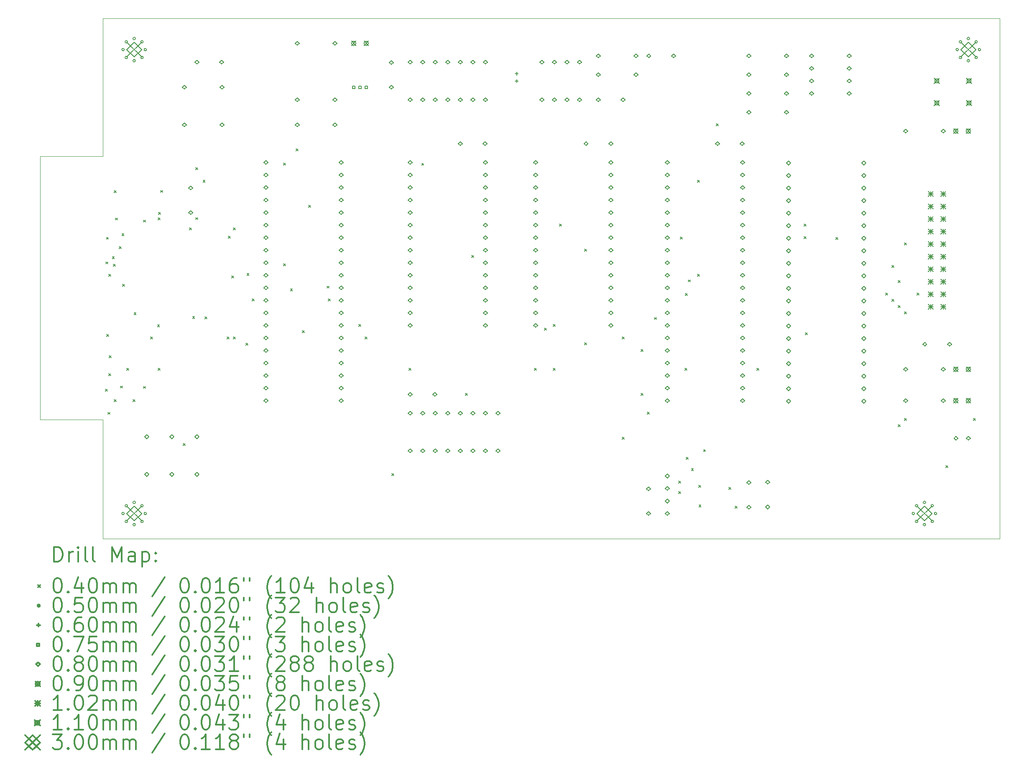
<source format=gbr>
%FSLAX45Y45*%
G04 Gerber Fmt 4.5, Leading zero omitted, Abs format (unit mm)*
G04 Created by KiCad (PCBNEW (5.1.4)-1) date 2019-12-01 00:46:21*
%MOMM*%
%LPD*%
G04 APERTURE LIST*
%ADD10C,0.050000*%
%ADD11C,0.200000*%
%ADD12C,0.300000*%
G04 APERTURE END LIST*
D10*
X25908000Y-14986000D02*
X7747000Y-14986000D01*
X25908000Y-4445000D02*
X25908000Y-14986000D01*
X25654000Y-4445000D02*
X25908000Y-4445000D01*
X7747000Y-4445000D02*
X25654000Y-4445000D01*
X7747000Y-7239000D02*
X7747000Y-4445000D01*
X6477000Y-7239000D02*
X7747000Y-7239000D01*
X6477000Y-12573000D02*
X6477000Y-7239000D01*
X7747000Y-12573000D02*
X6477000Y-12573000D01*
X7747000Y-14986000D02*
X7747000Y-12573000D01*
D11*
X7801070Y-11959990D02*
X7841070Y-11999990D01*
X7841070Y-11959990D02*
X7801070Y-11999990D01*
X7811010Y-9379640D02*
X7851010Y-9419640D01*
X7851010Y-9379640D02*
X7811010Y-9419640D01*
X7822630Y-8881420D02*
X7862630Y-8921420D01*
X7862630Y-8881420D02*
X7822630Y-8921420D01*
X7826860Y-10846290D02*
X7866860Y-10886290D01*
X7866860Y-10846290D02*
X7826860Y-10886290D01*
X7850660Y-12429340D02*
X7890660Y-12469340D01*
X7890660Y-12429340D02*
X7850660Y-12469340D01*
X7867520Y-9632510D02*
X7907520Y-9672510D01*
X7907520Y-9632510D02*
X7867520Y-9672510D01*
X7870811Y-11647001D02*
X7910811Y-11687001D01*
X7910811Y-11647001D02*
X7870811Y-11687001D01*
X7876420Y-11283000D02*
X7916420Y-11323000D01*
X7916420Y-11283000D02*
X7876420Y-11323000D01*
X7938990Y-9272320D02*
X7978990Y-9312320D01*
X7978990Y-9272320D02*
X7938990Y-9312320D01*
X7960440Y-9428220D02*
X8000440Y-9468220D01*
X8000440Y-9428220D02*
X7960440Y-9468220D01*
X7981000Y-7938600D02*
X8021000Y-7978600D01*
X8021000Y-7938600D02*
X7981000Y-7978600D01*
X7981000Y-12172000D02*
X8021000Y-12212000D01*
X8021000Y-12172000D02*
X7981000Y-12212000D01*
X8005170Y-8490770D02*
X8045170Y-8530770D01*
X8045170Y-8490770D02*
X8005170Y-8530770D01*
X8081100Y-9070350D02*
X8121100Y-9110350D01*
X8121100Y-9070350D02*
X8081100Y-9110350D01*
X8108000Y-11895090D02*
X8148000Y-11935090D01*
X8148000Y-11895090D02*
X8108000Y-11935090D01*
X8135170Y-8811020D02*
X8175170Y-8851020D01*
X8175170Y-8811020D02*
X8135170Y-8851020D01*
X8150220Y-9830590D02*
X8190220Y-9870590D01*
X8190220Y-9830590D02*
X8150220Y-9870590D01*
X8235000Y-11537000D02*
X8275000Y-11577000D01*
X8275000Y-11537000D02*
X8235000Y-11577000D01*
X8362000Y-12172000D02*
X8402000Y-12212000D01*
X8402000Y-12172000D02*
X8362000Y-12212000D01*
X8381260Y-10411270D02*
X8421260Y-10451270D01*
X8421260Y-10411270D02*
X8381260Y-10451270D01*
X8569800Y-11902270D02*
X8609800Y-11942270D01*
X8609800Y-11902270D02*
X8569800Y-11942270D01*
X8572751Y-8534538D02*
X8612751Y-8574538D01*
X8612751Y-8534538D02*
X8572751Y-8574538D01*
X8714460Y-10902000D02*
X8754460Y-10942000D01*
X8754460Y-10902000D02*
X8714460Y-10942000D01*
X8854310Y-10654170D02*
X8894310Y-10694170D01*
X8894310Y-10654170D02*
X8854310Y-10694170D01*
X8870000Y-8489000D02*
X8910000Y-8529000D01*
X8910000Y-8489000D02*
X8870000Y-8529000D01*
X8870000Y-11537000D02*
X8910000Y-11577000D01*
X8910000Y-11537000D02*
X8870000Y-11577000D01*
X8875040Y-8376470D02*
X8915040Y-8416470D01*
X8915040Y-8376470D02*
X8875040Y-8416470D01*
X8919218Y-7931782D02*
X8959218Y-7971782D01*
X8959218Y-7931782D02*
X8919218Y-7971782D01*
X9378000Y-13061000D02*
X9418000Y-13101000D01*
X9418000Y-13061000D02*
X9378000Y-13101000D01*
X9505000Y-8689540D02*
X9545000Y-8729540D01*
X9545000Y-8689540D02*
X9505000Y-8729540D01*
X9565210Y-10483920D02*
X9605210Y-10523920D01*
X9605210Y-10483920D02*
X9565210Y-10523920D01*
X9631340Y-8482610D02*
X9671340Y-8522610D01*
X9671340Y-8482610D02*
X9631340Y-8522610D01*
X9632000Y-7473000D02*
X9672000Y-7513000D01*
X9672000Y-7473000D02*
X9632000Y-7513000D01*
X9776371Y-7727000D02*
X9816371Y-7767000D01*
X9816371Y-7727000D02*
X9776371Y-7767000D01*
X9813499Y-10491950D02*
X9853499Y-10531950D01*
X9853499Y-10491950D02*
X9813499Y-10531950D01*
X10267000Y-10902000D02*
X10307000Y-10942000D01*
X10307000Y-10902000D02*
X10267000Y-10942000D01*
X10288780Y-8857060D02*
X10328780Y-8897060D01*
X10328780Y-8857060D02*
X10288780Y-8897060D01*
X10358470Y-9665510D02*
X10398470Y-9705510D01*
X10398470Y-9665510D02*
X10358470Y-9705510D01*
X10388540Y-8689540D02*
X10428540Y-8729540D01*
X10428540Y-8689540D02*
X10388540Y-8729540D01*
X10394000Y-10902000D02*
X10434000Y-10942000D01*
X10434000Y-10902000D02*
X10394000Y-10942000D01*
X10648000Y-11029000D02*
X10688000Y-11069000D01*
X10688000Y-11029000D02*
X10648000Y-11069000D01*
X10665950Y-9614050D02*
X10705950Y-9654050D01*
X10705950Y-9614050D02*
X10665950Y-9654050D01*
X10770770Y-10128680D02*
X10810770Y-10168680D01*
X10810770Y-10128680D02*
X10770770Y-10168680D01*
X11406990Y-9417530D02*
X11446990Y-9457530D01*
X11446990Y-9417530D02*
X11406990Y-9457530D01*
X11410000Y-7375180D02*
X11450000Y-7415180D01*
X11450000Y-7375180D02*
X11410000Y-7415180D01*
X11546498Y-9929009D02*
X11586498Y-9969009D01*
X11586498Y-9929009D02*
X11546498Y-9969009D01*
X11664000Y-7092000D02*
X11704000Y-7132000D01*
X11704000Y-7092000D02*
X11664000Y-7132000D01*
X11791000Y-10775000D02*
X11831000Y-10815000D01*
X11831000Y-10775000D02*
X11791000Y-10815000D01*
X11918000Y-8235000D02*
X11958000Y-8275000D01*
X11958000Y-8235000D02*
X11918000Y-8275000D01*
X12286930Y-9872430D02*
X12326930Y-9912430D01*
X12326930Y-9872430D02*
X12286930Y-9912430D01*
X12311650Y-10131210D02*
X12351650Y-10171210D01*
X12351650Y-10131210D02*
X12311650Y-10171210D01*
X12934000Y-10648000D02*
X12974000Y-10688000D01*
X12974000Y-10648000D02*
X12934000Y-10688000D01*
X13061000Y-10902000D02*
X13101000Y-10942000D01*
X13101000Y-10902000D02*
X13061000Y-10942000D01*
X13599000Y-13666000D02*
X13639000Y-13706000D01*
X13639000Y-13666000D02*
X13599000Y-13706000D01*
X13950000Y-11537000D02*
X13990000Y-11577000D01*
X13990000Y-11537000D02*
X13950000Y-11577000D01*
X14206460Y-7381030D02*
X14246460Y-7421030D01*
X14246460Y-7381030D02*
X14206460Y-7421030D01*
X15093000Y-12045000D02*
X15133000Y-12085000D01*
X15133000Y-12045000D02*
X15093000Y-12085000D01*
X15220000Y-9251000D02*
X15260000Y-9291000D01*
X15260000Y-9251000D02*
X15220000Y-9291000D01*
X16490000Y-11537000D02*
X16530000Y-11577000D01*
X16530000Y-11537000D02*
X16490000Y-11577000D01*
X16688980Y-10722560D02*
X16728980Y-10762560D01*
X16728980Y-10722560D02*
X16688980Y-10762560D01*
X16871000Y-10648000D02*
X16911000Y-10688000D01*
X16911000Y-10648000D02*
X16871000Y-10688000D01*
X16871000Y-11537000D02*
X16911000Y-11577000D01*
X16911000Y-11537000D02*
X16871000Y-11577000D01*
X16998000Y-8616000D02*
X17038000Y-8656000D01*
X17038000Y-8616000D02*
X16998000Y-8656000D01*
X17506000Y-9124000D02*
X17546000Y-9164000D01*
X17546000Y-9124000D02*
X17506000Y-9164000D01*
X17506000Y-11021060D02*
X17546000Y-11061060D01*
X17546000Y-11021060D02*
X17506000Y-11061060D01*
X18268000Y-10902000D02*
X18308000Y-10942000D01*
X18308000Y-10902000D02*
X18268000Y-10942000D01*
X18268000Y-12934000D02*
X18308000Y-12974000D01*
X18308000Y-12934000D02*
X18268000Y-12974000D01*
X18649000Y-11156000D02*
X18689000Y-11196000D01*
X18689000Y-11156000D02*
X18649000Y-11196000D01*
X18649000Y-12045000D02*
X18689000Y-12085000D01*
X18689000Y-12045000D02*
X18649000Y-12085000D01*
X18776000Y-12426000D02*
X18816000Y-12466000D01*
X18816000Y-12426000D02*
X18776000Y-12466000D01*
X18918350Y-10506590D02*
X18958350Y-10546590D01*
X18958350Y-10506590D02*
X18918350Y-10546590D01*
X19411000Y-13823000D02*
X19451000Y-13863000D01*
X19451000Y-13823000D02*
X19411000Y-13863000D01*
X19411030Y-14034860D02*
X19451030Y-14074860D01*
X19451030Y-14034860D02*
X19411030Y-14074860D01*
X19441720Y-8877230D02*
X19481720Y-8917230D01*
X19481720Y-8877230D02*
X19441720Y-8917230D01*
X19538000Y-11537000D02*
X19578000Y-11577000D01*
X19578000Y-11537000D02*
X19538000Y-11577000D01*
X19545450Y-10020500D02*
X19585450Y-10060500D01*
X19585450Y-10020500D02*
X19545450Y-10060500D01*
X19559000Y-13336000D02*
X19599000Y-13376000D01*
X19599000Y-13336000D02*
X19559000Y-13376000D01*
X19601210Y-9745430D02*
X19641210Y-9785430D01*
X19641210Y-9745430D02*
X19601210Y-9785430D01*
X19667480Y-13564750D02*
X19707480Y-13604750D01*
X19707480Y-13564750D02*
X19667480Y-13604750D01*
X19792000Y-7727000D02*
X19832000Y-7767000D01*
X19832000Y-7727000D02*
X19792000Y-7767000D01*
X19792000Y-9632000D02*
X19832000Y-9672000D01*
X19832000Y-9632000D02*
X19792000Y-9672000D01*
X19811961Y-13905158D02*
X19851961Y-13945158D01*
X19851961Y-13905158D02*
X19811961Y-13945158D01*
X19818500Y-14304500D02*
X19858500Y-14344500D01*
X19858500Y-14304500D02*
X19818500Y-14344500D01*
X19912900Y-13181900D02*
X19952900Y-13221900D01*
X19952900Y-13181900D02*
X19912900Y-13221900D01*
X20173000Y-6584000D02*
X20213000Y-6624000D01*
X20213000Y-6584000D02*
X20173000Y-6624000D01*
X20427000Y-13950000D02*
X20467000Y-13990000D01*
X20467000Y-13950000D02*
X20427000Y-13990000D01*
X20554000Y-14331000D02*
X20594000Y-14371000D01*
X20594000Y-14331000D02*
X20554000Y-14371000D01*
X20990280Y-11537000D02*
X21030280Y-11577000D01*
X21030280Y-11537000D02*
X20990280Y-11577000D01*
X21951000Y-8616000D02*
X21991000Y-8656000D01*
X21991000Y-8616000D02*
X21951000Y-8656000D01*
X21951000Y-8870000D02*
X21991000Y-8910000D01*
X21991000Y-8870000D02*
X21951000Y-8910000D01*
X21976500Y-10812800D02*
X22016500Y-10852800D01*
X22016500Y-10812800D02*
X21976500Y-10852800D01*
X22591370Y-8884410D02*
X22631370Y-8924410D01*
X22631370Y-8884410D02*
X22591370Y-8924410D01*
X23602000Y-10013000D02*
X23642000Y-10053000D01*
X23642000Y-10013000D02*
X23602000Y-10053000D01*
X23729000Y-9454590D02*
X23769000Y-9494590D01*
X23769000Y-9454590D02*
X23729000Y-9494590D01*
X23729000Y-10140000D02*
X23769000Y-10180000D01*
X23769000Y-10140000D02*
X23729000Y-10180000D01*
X23856000Y-9759000D02*
X23896000Y-9799000D01*
X23896000Y-9759000D02*
X23856000Y-9799000D01*
X23856000Y-10267000D02*
X23896000Y-10307000D01*
X23896000Y-10267000D02*
X23856000Y-10307000D01*
X23856000Y-12680000D02*
X23896000Y-12720000D01*
X23896000Y-12680000D02*
X23856000Y-12720000D01*
X23983000Y-8997000D02*
X24023000Y-9037000D01*
X24023000Y-8997000D02*
X23983000Y-9037000D01*
X23983000Y-10394000D02*
X24023000Y-10434000D01*
X24023000Y-10394000D02*
X23983000Y-10434000D01*
X23983000Y-12553000D02*
X24023000Y-12593000D01*
X24023000Y-12553000D02*
X23983000Y-12593000D01*
X24237000Y-10013000D02*
X24277000Y-10053000D01*
X24277000Y-10013000D02*
X24237000Y-10053000D01*
X24820020Y-13505550D02*
X24860020Y-13545550D01*
X24860020Y-13505550D02*
X24820020Y-13545550D01*
X25380000Y-12553000D02*
X25420000Y-12593000D01*
X25420000Y-12553000D02*
X25380000Y-12593000D01*
X25073000Y-5080000D02*
G75*
G03X25073000Y-5080000I-25000J0D01*
G01*
X25138901Y-4920901D02*
G75*
G03X25138901Y-4920901I-25000J0D01*
G01*
X25138901Y-5239099D02*
G75*
G03X25138901Y-5239099I-25000J0D01*
G01*
X25298000Y-4855000D02*
G75*
G03X25298000Y-4855000I-25000J0D01*
G01*
X25298000Y-5305000D02*
G75*
G03X25298000Y-5305000I-25000J0D01*
G01*
X25457099Y-4920901D02*
G75*
G03X25457099Y-4920901I-25000J0D01*
G01*
X25457099Y-5239099D02*
G75*
G03X25457099Y-5239099I-25000J0D01*
G01*
X25523000Y-5080000D02*
G75*
G03X25523000Y-5080000I-25000J0D01*
G01*
X8182000Y-14478000D02*
G75*
G03X8182000Y-14478000I-25000J0D01*
G01*
X8247901Y-14318901D02*
G75*
G03X8247901Y-14318901I-25000J0D01*
G01*
X8247901Y-14637099D02*
G75*
G03X8247901Y-14637099I-25000J0D01*
G01*
X8407000Y-14253000D02*
G75*
G03X8407000Y-14253000I-25000J0D01*
G01*
X8407000Y-14703000D02*
G75*
G03X8407000Y-14703000I-25000J0D01*
G01*
X8566099Y-14318901D02*
G75*
G03X8566099Y-14318901I-25000J0D01*
G01*
X8566099Y-14637099D02*
G75*
G03X8566099Y-14637099I-25000J0D01*
G01*
X8632000Y-14478000D02*
G75*
G03X8632000Y-14478000I-25000J0D01*
G01*
X8182000Y-5080000D02*
G75*
G03X8182000Y-5080000I-25000J0D01*
G01*
X8247901Y-4920901D02*
G75*
G03X8247901Y-4920901I-25000J0D01*
G01*
X8247901Y-5239099D02*
G75*
G03X8247901Y-5239099I-25000J0D01*
G01*
X8407000Y-4855000D02*
G75*
G03X8407000Y-4855000I-25000J0D01*
G01*
X8407000Y-5305000D02*
G75*
G03X8407000Y-5305000I-25000J0D01*
G01*
X8566099Y-4920901D02*
G75*
G03X8566099Y-4920901I-25000J0D01*
G01*
X8566099Y-5239099D02*
G75*
G03X8566099Y-5239099I-25000J0D01*
G01*
X8632000Y-5080000D02*
G75*
G03X8632000Y-5080000I-25000J0D01*
G01*
X24184000Y-14478000D02*
G75*
G03X24184000Y-14478000I-25000J0D01*
G01*
X24249901Y-14318901D02*
G75*
G03X24249901Y-14318901I-25000J0D01*
G01*
X24249901Y-14637099D02*
G75*
G03X24249901Y-14637099I-25000J0D01*
G01*
X24409000Y-14253000D02*
G75*
G03X24409000Y-14253000I-25000J0D01*
G01*
X24409000Y-14703000D02*
G75*
G03X24409000Y-14703000I-25000J0D01*
G01*
X24568099Y-14318901D02*
G75*
G03X24568099Y-14318901I-25000J0D01*
G01*
X24568099Y-14637099D02*
G75*
G03X24568099Y-14637099I-25000J0D01*
G01*
X24634000Y-14478000D02*
G75*
G03X24634000Y-14478000I-25000J0D01*
G01*
X16129000Y-5535000D02*
X16129000Y-5595000D01*
X16099000Y-5565000D02*
X16159000Y-5565000D01*
X16129000Y-5685000D02*
X16129000Y-5745000D01*
X16099000Y-5715000D02*
X16159000Y-5715000D01*
X12853517Y-5868517D02*
X12853517Y-5815483D01*
X12800483Y-5815483D01*
X12800483Y-5868517D01*
X12853517Y-5868517D01*
X12980517Y-5868517D02*
X12980517Y-5815483D01*
X12927483Y-5815483D01*
X12927483Y-5868517D01*
X12980517Y-5868517D01*
X13107517Y-5868517D02*
X13107517Y-5815483D01*
X13054483Y-5815483D01*
X13054483Y-5868517D01*
X13107517Y-5868517D01*
X20193000Y-7025000D02*
X20233000Y-6985000D01*
X20193000Y-6945000D01*
X20153000Y-6985000D01*
X20193000Y-7025000D01*
X20693000Y-7025000D02*
X20733000Y-6985000D01*
X20693000Y-6945000D01*
X20653000Y-6985000D01*
X20693000Y-7025000D01*
X19177000Y-13760000D02*
X19217000Y-13720000D01*
X19177000Y-13680000D01*
X19137000Y-13720000D01*
X19177000Y-13760000D01*
X19177000Y-14010000D02*
X19217000Y-13970000D01*
X19177000Y-13930000D01*
X19137000Y-13970000D01*
X19177000Y-14010000D01*
X24003000Y-6771000D02*
X24043000Y-6731000D01*
X24003000Y-6691000D01*
X23963000Y-6731000D01*
X24003000Y-6771000D01*
X24765000Y-6771000D02*
X24805000Y-6731000D01*
X24765000Y-6691000D01*
X24725000Y-6731000D01*
X24765000Y-6771000D01*
X9652000Y-12964000D02*
X9692000Y-12924000D01*
X9652000Y-12884000D01*
X9612000Y-12924000D01*
X9652000Y-12964000D01*
X9652000Y-13726000D02*
X9692000Y-13686000D01*
X9652000Y-13646000D01*
X9612000Y-13686000D01*
X9652000Y-13726000D01*
X14986000Y-7025000D02*
X15026000Y-6985000D01*
X14986000Y-6945000D01*
X14946000Y-6985000D01*
X14986000Y-7025000D01*
X15486000Y-7025000D02*
X15526000Y-6985000D01*
X15486000Y-6945000D01*
X15446000Y-6985000D01*
X15486000Y-7025000D01*
X9144000Y-12964000D02*
X9184000Y-12924000D01*
X9144000Y-12884000D01*
X9104000Y-12924000D01*
X9144000Y-12964000D01*
X9144000Y-13726000D02*
X9184000Y-13686000D01*
X9144000Y-13646000D01*
X9104000Y-13686000D01*
X9144000Y-13726000D01*
X17780000Y-5628000D02*
X17820000Y-5588000D01*
X17780000Y-5548000D01*
X17740000Y-5588000D01*
X17780000Y-5628000D01*
X18542000Y-5628000D02*
X18582000Y-5588000D01*
X18542000Y-5548000D01*
X18502000Y-5588000D01*
X18542000Y-5628000D01*
X18796000Y-14018000D02*
X18836000Y-13978000D01*
X18796000Y-13938000D01*
X18756000Y-13978000D01*
X18796000Y-14018000D01*
X18796000Y-14518000D02*
X18836000Y-14478000D01*
X18796000Y-14438000D01*
X18756000Y-14478000D01*
X18796000Y-14518000D01*
X21209000Y-13883000D02*
X21249000Y-13843000D01*
X21209000Y-13803000D01*
X21169000Y-13843000D01*
X21209000Y-13883000D01*
X21209000Y-14383000D02*
X21249000Y-14343000D01*
X21209000Y-14303000D01*
X21169000Y-14343000D01*
X21209000Y-14383000D01*
X16510000Y-7406000D02*
X16550000Y-7366000D01*
X16510000Y-7326000D01*
X16470000Y-7366000D01*
X16510000Y-7406000D01*
X16510000Y-7660000D02*
X16550000Y-7620000D01*
X16510000Y-7580000D01*
X16470000Y-7620000D01*
X16510000Y-7660000D01*
X16510000Y-7914000D02*
X16550000Y-7874000D01*
X16510000Y-7834000D01*
X16470000Y-7874000D01*
X16510000Y-7914000D01*
X16510000Y-8168000D02*
X16550000Y-8128000D01*
X16510000Y-8088000D01*
X16470000Y-8128000D01*
X16510000Y-8168000D01*
X16510000Y-8422000D02*
X16550000Y-8382000D01*
X16510000Y-8342000D01*
X16470000Y-8382000D01*
X16510000Y-8422000D01*
X16510000Y-8676000D02*
X16550000Y-8636000D01*
X16510000Y-8596000D01*
X16470000Y-8636000D01*
X16510000Y-8676000D01*
X16510000Y-8930000D02*
X16550000Y-8890000D01*
X16510000Y-8850000D01*
X16470000Y-8890000D01*
X16510000Y-8930000D01*
X16510000Y-9184000D02*
X16550000Y-9144000D01*
X16510000Y-9104000D01*
X16470000Y-9144000D01*
X16510000Y-9184000D01*
X16510000Y-9438000D02*
X16550000Y-9398000D01*
X16510000Y-9358000D01*
X16470000Y-9398000D01*
X16510000Y-9438000D01*
X16510000Y-9692000D02*
X16550000Y-9652000D01*
X16510000Y-9612000D01*
X16470000Y-9652000D01*
X16510000Y-9692000D01*
X16510000Y-9946000D02*
X16550000Y-9906000D01*
X16510000Y-9866000D01*
X16470000Y-9906000D01*
X16510000Y-9946000D01*
X16510000Y-10200000D02*
X16550000Y-10160000D01*
X16510000Y-10120000D01*
X16470000Y-10160000D01*
X16510000Y-10200000D01*
X16510000Y-10454000D02*
X16550000Y-10414000D01*
X16510000Y-10374000D01*
X16470000Y-10414000D01*
X16510000Y-10454000D01*
X16510000Y-10708000D02*
X16550000Y-10668000D01*
X16510000Y-10628000D01*
X16470000Y-10668000D01*
X16510000Y-10708000D01*
X18034000Y-7406000D02*
X18074000Y-7366000D01*
X18034000Y-7326000D01*
X17994000Y-7366000D01*
X18034000Y-7406000D01*
X18034000Y-7660000D02*
X18074000Y-7620000D01*
X18034000Y-7580000D01*
X17994000Y-7620000D01*
X18034000Y-7660000D01*
X18034000Y-7914000D02*
X18074000Y-7874000D01*
X18034000Y-7834000D01*
X17994000Y-7874000D01*
X18034000Y-7914000D01*
X18034000Y-8168000D02*
X18074000Y-8128000D01*
X18034000Y-8088000D01*
X17994000Y-8128000D01*
X18034000Y-8168000D01*
X18034000Y-8422000D02*
X18074000Y-8382000D01*
X18034000Y-8342000D01*
X17994000Y-8382000D01*
X18034000Y-8422000D01*
X18034000Y-8676000D02*
X18074000Y-8636000D01*
X18034000Y-8596000D01*
X17994000Y-8636000D01*
X18034000Y-8676000D01*
X18034000Y-8930000D02*
X18074000Y-8890000D01*
X18034000Y-8850000D01*
X17994000Y-8890000D01*
X18034000Y-8930000D01*
X18034000Y-9184000D02*
X18074000Y-9144000D01*
X18034000Y-9104000D01*
X17994000Y-9144000D01*
X18034000Y-9184000D01*
X18034000Y-9438000D02*
X18074000Y-9398000D01*
X18034000Y-9358000D01*
X17994000Y-9398000D01*
X18034000Y-9438000D01*
X18034000Y-9692000D02*
X18074000Y-9652000D01*
X18034000Y-9612000D01*
X17994000Y-9652000D01*
X18034000Y-9692000D01*
X18034000Y-9946000D02*
X18074000Y-9906000D01*
X18034000Y-9866000D01*
X17994000Y-9906000D01*
X18034000Y-9946000D01*
X18034000Y-10200000D02*
X18074000Y-10160000D01*
X18034000Y-10120000D01*
X17994000Y-10160000D01*
X18034000Y-10200000D01*
X18034000Y-10454000D02*
X18074000Y-10414000D01*
X18034000Y-10374000D01*
X17994000Y-10414000D01*
X18034000Y-10454000D01*
X18034000Y-10708000D02*
X18074000Y-10668000D01*
X18034000Y-10628000D01*
X17994000Y-10668000D01*
X18034000Y-10708000D01*
X11684000Y-6136000D02*
X11724000Y-6096000D01*
X11684000Y-6056000D01*
X11644000Y-6096000D01*
X11684000Y-6136000D01*
X12446000Y-6136000D02*
X12486000Y-6096000D01*
X12446000Y-6056000D01*
X12406000Y-6096000D01*
X12446000Y-6136000D01*
X17534000Y-7025000D02*
X17574000Y-6985000D01*
X17534000Y-6945000D01*
X17494000Y-6985000D01*
X17534000Y-7025000D01*
X18034000Y-7025000D02*
X18074000Y-6985000D01*
X18034000Y-6945000D01*
X17994000Y-6985000D01*
X18034000Y-7025000D01*
X18804000Y-5247000D02*
X18844000Y-5207000D01*
X18804000Y-5167000D01*
X18764000Y-5207000D01*
X18804000Y-5247000D01*
X19304000Y-5247000D02*
X19344000Y-5207000D01*
X19304000Y-5167000D01*
X19264000Y-5207000D01*
X19304000Y-5247000D01*
X20828000Y-6009000D02*
X20868000Y-5969000D01*
X20828000Y-5929000D01*
X20788000Y-5969000D01*
X20828000Y-6009000D01*
X21590000Y-6009000D02*
X21630000Y-5969000D01*
X21590000Y-5929000D01*
X21550000Y-5969000D01*
X21590000Y-6009000D01*
X24003000Y-12232000D02*
X24043000Y-12192000D01*
X24003000Y-12152000D01*
X23963000Y-12192000D01*
X24003000Y-12232000D01*
X24765000Y-12232000D02*
X24805000Y-12192000D01*
X24765000Y-12152000D01*
X24725000Y-12192000D01*
X24765000Y-12232000D01*
X13970000Y-7406000D02*
X14010000Y-7366000D01*
X13970000Y-7326000D01*
X13930000Y-7366000D01*
X13970000Y-7406000D01*
X13970000Y-7660000D02*
X14010000Y-7620000D01*
X13970000Y-7580000D01*
X13930000Y-7620000D01*
X13970000Y-7660000D01*
X13970000Y-7914000D02*
X14010000Y-7874000D01*
X13970000Y-7834000D01*
X13930000Y-7874000D01*
X13970000Y-7914000D01*
X13970000Y-8168000D02*
X14010000Y-8128000D01*
X13970000Y-8088000D01*
X13930000Y-8128000D01*
X13970000Y-8168000D01*
X13970000Y-8422000D02*
X14010000Y-8382000D01*
X13970000Y-8342000D01*
X13930000Y-8382000D01*
X13970000Y-8422000D01*
X13970000Y-8676000D02*
X14010000Y-8636000D01*
X13970000Y-8596000D01*
X13930000Y-8636000D01*
X13970000Y-8676000D01*
X13970000Y-8930000D02*
X14010000Y-8890000D01*
X13970000Y-8850000D01*
X13930000Y-8890000D01*
X13970000Y-8930000D01*
X13970000Y-9184000D02*
X14010000Y-9144000D01*
X13970000Y-9104000D01*
X13930000Y-9144000D01*
X13970000Y-9184000D01*
X13970000Y-9438000D02*
X14010000Y-9398000D01*
X13970000Y-9358000D01*
X13930000Y-9398000D01*
X13970000Y-9438000D01*
X13970000Y-9692000D02*
X14010000Y-9652000D01*
X13970000Y-9612000D01*
X13930000Y-9652000D01*
X13970000Y-9692000D01*
X13970000Y-9946000D02*
X14010000Y-9906000D01*
X13970000Y-9866000D01*
X13930000Y-9906000D01*
X13970000Y-9946000D01*
X13970000Y-10200000D02*
X14010000Y-10160000D01*
X13970000Y-10120000D01*
X13930000Y-10160000D01*
X13970000Y-10200000D01*
X13970000Y-10454000D02*
X14010000Y-10414000D01*
X13970000Y-10374000D01*
X13930000Y-10414000D01*
X13970000Y-10454000D01*
X13970000Y-10708000D02*
X14010000Y-10668000D01*
X13970000Y-10628000D01*
X13930000Y-10668000D01*
X13970000Y-10708000D01*
X15494000Y-7406000D02*
X15534000Y-7366000D01*
X15494000Y-7326000D01*
X15454000Y-7366000D01*
X15494000Y-7406000D01*
X15494000Y-7660000D02*
X15534000Y-7620000D01*
X15494000Y-7580000D01*
X15454000Y-7620000D01*
X15494000Y-7660000D01*
X15494000Y-7914000D02*
X15534000Y-7874000D01*
X15494000Y-7834000D01*
X15454000Y-7874000D01*
X15494000Y-7914000D01*
X15494000Y-8168000D02*
X15534000Y-8128000D01*
X15494000Y-8088000D01*
X15454000Y-8128000D01*
X15494000Y-8168000D01*
X15494000Y-8422000D02*
X15534000Y-8382000D01*
X15494000Y-8342000D01*
X15454000Y-8382000D01*
X15494000Y-8422000D01*
X15494000Y-8676000D02*
X15534000Y-8636000D01*
X15494000Y-8596000D01*
X15454000Y-8636000D01*
X15494000Y-8676000D01*
X15494000Y-8930000D02*
X15534000Y-8890000D01*
X15494000Y-8850000D01*
X15454000Y-8890000D01*
X15494000Y-8930000D01*
X15494000Y-9184000D02*
X15534000Y-9144000D01*
X15494000Y-9104000D01*
X15454000Y-9144000D01*
X15494000Y-9184000D01*
X15494000Y-9438000D02*
X15534000Y-9398000D01*
X15494000Y-9358000D01*
X15454000Y-9398000D01*
X15494000Y-9438000D01*
X15494000Y-9692000D02*
X15534000Y-9652000D01*
X15494000Y-9612000D01*
X15454000Y-9652000D01*
X15494000Y-9692000D01*
X15494000Y-9946000D02*
X15534000Y-9906000D01*
X15494000Y-9866000D01*
X15454000Y-9906000D01*
X15494000Y-9946000D01*
X15494000Y-10200000D02*
X15534000Y-10160000D01*
X15494000Y-10120000D01*
X15454000Y-10160000D01*
X15494000Y-10200000D01*
X15494000Y-10454000D02*
X15534000Y-10414000D01*
X15494000Y-10374000D01*
X15454000Y-10414000D01*
X15494000Y-10454000D01*
X15494000Y-10708000D02*
X15534000Y-10668000D01*
X15494000Y-10628000D01*
X15454000Y-10668000D01*
X15494000Y-10708000D01*
X17780000Y-6136000D02*
X17820000Y-6096000D01*
X17780000Y-6056000D01*
X17740000Y-6096000D01*
X17780000Y-6136000D01*
X18280000Y-6136000D02*
X18320000Y-6096000D01*
X18280000Y-6056000D01*
X18240000Y-6096000D01*
X18280000Y-6136000D01*
X11684000Y-6644000D02*
X11724000Y-6604000D01*
X11684000Y-6564000D01*
X11644000Y-6604000D01*
X11684000Y-6644000D01*
X12446000Y-6644000D02*
X12486000Y-6604000D01*
X12446000Y-6564000D01*
X12406000Y-6604000D01*
X12446000Y-6644000D01*
X13970000Y-12486000D02*
X14010000Y-12446000D01*
X13970000Y-12406000D01*
X13930000Y-12446000D01*
X13970000Y-12486000D01*
X13970000Y-13248000D02*
X14010000Y-13208000D01*
X13970000Y-13168000D01*
X13930000Y-13208000D01*
X13970000Y-13248000D01*
X14224000Y-12486000D02*
X14264000Y-12446000D01*
X14224000Y-12406000D01*
X14184000Y-12446000D01*
X14224000Y-12486000D01*
X14224000Y-13248000D02*
X14264000Y-13208000D01*
X14224000Y-13168000D01*
X14184000Y-13208000D01*
X14224000Y-13248000D01*
X14478000Y-12486000D02*
X14518000Y-12446000D01*
X14478000Y-12406000D01*
X14438000Y-12446000D01*
X14478000Y-12486000D01*
X14478000Y-13248000D02*
X14518000Y-13208000D01*
X14478000Y-13168000D01*
X14438000Y-13208000D01*
X14478000Y-13248000D01*
X14732000Y-12486000D02*
X14772000Y-12446000D01*
X14732000Y-12406000D01*
X14692000Y-12446000D01*
X14732000Y-12486000D01*
X14732000Y-13248000D02*
X14772000Y-13208000D01*
X14732000Y-13168000D01*
X14692000Y-13208000D01*
X14732000Y-13248000D01*
X14986000Y-12486000D02*
X15026000Y-12446000D01*
X14986000Y-12406000D01*
X14946000Y-12446000D01*
X14986000Y-12486000D01*
X14986000Y-13248000D02*
X15026000Y-13208000D01*
X14986000Y-13168000D01*
X14946000Y-13208000D01*
X14986000Y-13248000D01*
X15240000Y-12486000D02*
X15280000Y-12446000D01*
X15240000Y-12406000D01*
X15200000Y-12446000D01*
X15240000Y-12486000D01*
X15240000Y-13248000D02*
X15280000Y-13208000D01*
X15240000Y-13168000D01*
X15200000Y-13208000D01*
X15240000Y-13248000D01*
X15494000Y-12486000D02*
X15534000Y-12446000D01*
X15494000Y-12406000D01*
X15454000Y-12446000D01*
X15494000Y-12486000D01*
X15494000Y-13248000D02*
X15534000Y-13208000D01*
X15494000Y-13168000D01*
X15454000Y-13208000D01*
X15494000Y-13248000D01*
X15748000Y-12486000D02*
X15788000Y-12446000D01*
X15748000Y-12406000D01*
X15708000Y-12446000D01*
X15748000Y-12486000D01*
X15748000Y-13248000D02*
X15788000Y-13208000D01*
X15748000Y-13168000D01*
X15708000Y-13208000D01*
X15748000Y-13248000D01*
X9398000Y-5882000D02*
X9438000Y-5842000D01*
X9398000Y-5802000D01*
X9358000Y-5842000D01*
X9398000Y-5882000D01*
X9398000Y-6644000D02*
X9438000Y-6604000D01*
X9398000Y-6564000D01*
X9358000Y-6604000D01*
X9398000Y-6644000D01*
X10160000Y-5882000D02*
X10200000Y-5842000D01*
X10160000Y-5802000D01*
X10120000Y-5842000D01*
X10160000Y-5882000D01*
X10160000Y-6644000D02*
X10200000Y-6604000D01*
X10160000Y-6564000D01*
X10120000Y-6604000D01*
X10160000Y-6644000D01*
X13589000Y-5382000D02*
X13629000Y-5342000D01*
X13589000Y-5302000D01*
X13549000Y-5342000D01*
X13589000Y-5382000D01*
X13589000Y-5882000D02*
X13629000Y-5842000D01*
X13589000Y-5802000D01*
X13549000Y-5842000D01*
X13589000Y-5882000D01*
X19177000Y-14268000D02*
X19217000Y-14228000D01*
X19177000Y-14188000D01*
X19137000Y-14228000D01*
X19177000Y-14268000D01*
X19177000Y-14518000D02*
X19217000Y-14478000D01*
X19177000Y-14438000D01*
X19137000Y-14478000D01*
X19177000Y-14518000D01*
X9525000Y-7922000D02*
X9565000Y-7882000D01*
X9525000Y-7842000D01*
X9485000Y-7882000D01*
X9525000Y-7922000D01*
X9525000Y-8422000D02*
X9565000Y-8382000D01*
X9525000Y-8342000D01*
X9485000Y-8382000D01*
X9525000Y-8422000D01*
X21635000Y-7418000D02*
X21675000Y-7378000D01*
X21635000Y-7338000D01*
X21595000Y-7378000D01*
X21635000Y-7418000D01*
X21635000Y-7672000D02*
X21675000Y-7632000D01*
X21635000Y-7592000D01*
X21595000Y-7632000D01*
X21635000Y-7672000D01*
X21635000Y-7926000D02*
X21675000Y-7886000D01*
X21635000Y-7846000D01*
X21595000Y-7886000D01*
X21635000Y-7926000D01*
X21635000Y-8180000D02*
X21675000Y-8140000D01*
X21635000Y-8100000D01*
X21595000Y-8140000D01*
X21635000Y-8180000D01*
X21635000Y-8434000D02*
X21675000Y-8394000D01*
X21635000Y-8354000D01*
X21595000Y-8394000D01*
X21635000Y-8434000D01*
X21635000Y-8688000D02*
X21675000Y-8648000D01*
X21635000Y-8608000D01*
X21595000Y-8648000D01*
X21635000Y-8688000D01*
X21635000Y-8942000D02*
X21675000Y-8902000D01*
X21635000Y-8862000D01*
X21595000Y-8902000D01*
X21635000Y-8942000D01*
X21635000Y-9196000D02*
X21675000Y-9156000D01*
X21635000Y-9116000D01*
X21595000Y-9156000D01*
X21635000Y-9196000D01*
X21635000Y-9450000D02*
X21675000Y-9410000D01*
X21635000Y-9370000D01*
X21595000Y-9410000D01*
X21635000Y-9450000D01*
X21635000Y-9704000D02*
X21675000Y-9664000D01*
X21635000Y-9624000D01*
X21595000Y-9664000D01*
X21635000Y-9704000D01*
X21635000Y-9958000D02*
X21675000Y-9918000D01*
X21635000Y-9878000D01*
X21595000Y-9918000D01*
X21635000Y-9958000D01*
X21635000Y-10212000D02*
X21675000Y-10172000D01*
X21635000Y-10132000D01*
X21595000Y-10172000D01*
X21635000Y-10212000D01*
X21635000Y-10466000D02*
X21675000Y-10426000D01*
X21635000Y-10386000D01*
X21595000Y-10426000D01*
X21635000Y-10466000D01*
X21635000Y-10720000D02*
X21675000Y-10680000D01*
X21635000Y-10640000D01*
X21595000Y-10680000D01*
X21635000Y-10720000D01*
X21635000Y-10974000D02*
X21675000Y-10934000D01*
X21635000Y-10894000D01*
X21595000Y-10934000D01*
X21635000Y-10974000D01*
X21635000Y-11228000D02*
X21675000Y-11188000D01*
X21635000Y-11148000D01*
X21595000Y-11188000D01*
X21635000Y-11228000D01*
X21635000Y-11482000D02*
X21675000Y-11442000D01*
X21635000Y-11402000D01*
X21595000Y-11442000D01*
X21635000Y-11482000D01*
X21635000Y-11736000D02*
X21675000Y-11696000D01*
X21635000Y-11656000D01*
X21595000Y-11696000D01*
X21635000Y-11736000D01*
X21635000Y-11990000D02*
X21675000Y-11950000D01*
X21635000Y-11910000D01*
X21595000Y-11950000D01*
X21635000Y-11990000D01*
X21635000Y-12244000D02*
X21675000Y-12204000D01*
X21635000Y-12164000D01*
X21595000Y-12204000D01*
X21635000Y-12244000D01*
X23159000Y-7418000D02*
X23199000Y-7378000D01*
X23159000Y-7338000D01*
X23119000Y-7378000D01*
X23159000Y-7418000D01*
X23159000Y-7672000D02*
X23199000Y-7632000D01*
X23159000Y-7592000D01*
X23119000Y-7632000D01*
X23159000Y-7672000D01*
X23159000Y-7926000D02*
X23199000Y-7886000D01*
X23159000Y-7846000D01*
X23119000Y-7886000D01*
X23159000Y-7926000D01*
X23159000Y-8180000D02*
X23199000Y-8140000D01*
X23159000Y-8100000D01*
X23119000Y-8140000D01*
X23159000Y-8180000D01*
X23159000Y-8434000D02*
X23199000Y-8394000D01*
X23159000Y-8354000D01*
X23119000Y-8394000D01*
X23159000Y-8434000D01*
X23159000Y-8688000D02*
X23199000Y-8648000D01*
X23159000Y-8608000D01*
X23119000Y-8648000D01*
X23159000Y-8688000D01*
X23159000Y-8942000D02*
X23199000Y-8902000D01*
X23159000Y-8862000D01*
X23119000Y-8902000D01*
X23159000Y-8942000D01*
X23159000Y-9196000D02*
X23199000Y-9156000D01*
X23159000Y-9116000D01*
X23119000Y-9156000D01*
X23159000Y-9196000D01*
X23159000Y-9450000D02*
X23199000Y-9410000D01*
X23159000Y-9370000D01*
X23119000Y-9410000D01*
X23159000Y-9450000D01*
X23159000Y-9704000D02*
X23199000Y-9664000D01*
X23159000Y-9624000D01*
X23119000Y-9664000D01*
X23159000Y-9704000D01*
X23159000Y-9958000D02*
X23199000Y-9918000D01*
X23159000Y-9878000D01*
X23119000Y-9918000D01*
X23159000Y-9958000D01*
X23159000Y-10212000D02*
X23199000Y-10172000D01*
X23159000Y-10132000D01*
X23119000Y-10172000D01*
X23159000Y-10212000D01*
X23159000Y-10466000D02*
X23199000Y-10426000D01*
X23159000Y-10386000D01*
X23119000Y-10426000D01*
X23159000Y-10466000D01*
X23159000Y-10720000D02*
X23199000Y-10680000D01*
X23159000Y-10640000D01*
X23119000Y-10680000D01*
X23159000Y-10720000D01*
X23159000Y-10974000D02*
X23199000Y-10934000D01*
X23159000Y-10894000D01*
X23119000Y-10934000D01*
X23159000Y-10974000D01*
X23159000Y-11228000D02*
X23199000Y-11188000D01*
X23159000Y-11148000D01*
X23119000Y-11188000D01*
X23159000Y-11228000D01*
X23159000Y-11482000D02*
X23199000Y-11442000D01*
X23159000Y-11402000D01*
X23119000Y-11442000D01*
X23159000Y-11482000D01*
X23159000Y-11736000D02*
X23199000Y-11696000D01*
X23159000Y-11656000D01*
X23119000Y-11696000D01*
X23159000Y-11736000D01*
X23159000Y-11990000D02*
X23199000Y-11950000D01*
X23159000Y-11910000D01*
X23119000Y-11950000D01*
X23159000Y-11990000D01*
X23159000Y-12244000D02*
X23199000Y-12204000D01*
X23159000Y-12164000D01*
X23119000Y-12204000D01*
X23159000Y-12244000D01*
X16637000Y-5374000D02*
X16677000Y-5334000D01*
X16637000Y-5294000D01*
X16597000Y-5334000D01*
X16637000Y-5374000D01*
X16637000Y-6136000D02*
X16677000Y-6096000D01*
X16637000Y-6056000D01*
X16597000Y-6096000D01*
X16637000Y-6136000D01*
X16891000Y-5374000D02*
X16931000Y-5334000D01*
X16891000Y-5294000D01*
X16851000Y-5334000D01*
X16891000Y-5374000D01*
X16891000Y-6136000D02*
X16931000Y-6096000D01*
X16891000Y-6056000D01*
X16851000Y-6096000D01*
X16891000Y-6136000D01*
X17145000Y-5374000D02*
X17185000Y-5334000D01*
X17145000Y-5294000D01*
X17105000Y-5334000D01*
X17145000Y-5374000D01*
X17145000Y-6136000D02*
X17185000Y-6096000D01*
X17145000Y-6056000D01*
X17105000Y-6096000D01*
X17145000Y-6136000D01*
X17399000Y-5374000D02*
X17439000Y-5334000D01*
X17399000Y-5294000D01*
X17359000Y-5334000D01*
X17399000Y-5374000D01*
X17399000Y-6136000D02*
X17439000Y-6096000D01*
X17399000Y-6056000D01*
X17359000Y-6096000D01*
X17399000Y-6136000D01*
X13970000Y-12105000D02*
X14010000Y-12065000D01*
X13970000Y-12025000D01*
X13930000Y-12065000D01*
X13970000Y-12105000D01*
X14470000Y-12105000D02*
X14510000Y-12065000D01*
X14470000Y-12025000D01*
X14430000Y-12065000D01*
X14470000Y-12105000D01*
X22098000Y-5247000D02*
X22138000Y-5207000D01*
X22098000Y-5167000D01*
X22058000Y-5207000D01*
X22098000Y-5247000D01*
X22098000Y-5501000D02*
X22138000Y-5461000D01*
X22098000Y-5421000D01*
X22058000Y-5461000D01*
X22098000Y-5501000D01*
X22098000Y-5755000D02*
X22138000Y-5715000D01*
X22098000Y-5675000D01*
X22058000Y-5715000D01*
X22098000Y-5755000D01*
X22098000Y-6009000D02*
X22138000Y-5969000D01*
X22098000Y-5929000D01*
X22058000Y-5969000D01*
X22098000Y-6009000D01*
X22860000Y-5247000D02*
X22900000Y-5207000D01*
X22860000Y-5167000D01*
X22820000Y-5207000D01*
X22860000Y-5247000D01*
X22860000Y-5501000D02*
X22900000Y-5461000D01*
X22860000Y-5421000D01*
X22820000Y-5461000D01*
X22860000Y-5501000D01*
X22860000Y-5755000D02*
X22900000Y-5715000D01*
X22860000Y-5675000D01*
X22820000Y-5715000D01*
X22860000Y-5755000D01*
X22860000Y-6009000D02*
X22900000Y-5969000D01*
X22860000Y-5929000D01*
X22820000Y-5969000D01*
X22860000Y-6009000D01*
X24003000Y-11597000D02*
X24043000Y-11557000D01*
X24003000Y-11517000D01*
X23963000Y-11557000D01*
X24003000Y-11597000D01*
X24765000Y-11597000D02*
X24805000Y-11557000D01*
X24765000Y-11517000D01*
X24725000Y-11557000D01*
X24765000Y-11597000D01*
X8636000Y-12964000D02*
X8676000Y-12924000D01*
X8636000Y-12884000D01*
X8596000Y-12924000D01*
X8636000Y-12964000D01*
X8636000Y-13726000D02*
X8676000Y-13686000D01*
X8636000Y-13646000D01*
X8596000Y-13686000D01*
X8636000Y-13726000D01*
X24392000Y-11089000D02*
X24432000Y-11049000D01*
X24392000Y-11009000D01*
X24352000Y-11049000D01*
X24392000Y-11089000D01*
X24892000Y-11089000D02*
X24932000Y-11049000D01*
X24892000Y-11009000D01*
X24852000Y-11049000D01*
X24892000Y-11089000D01*
X17780000Y-5247000D02*
X17820000Y-5207000D01*
X17780000Y-5167000D01*
X17740000Y-5207000D01*
X17780000Y-5247000D01*
X18542000Y-5247000D02*
X18582000Y-5207000D01*
X18542000Y-5167000D01*
X18502000Y-5207000D01*
X18542000Y-5247000D01*
X13970000Y-5374000D02*
X14010000Y-5334000D01*
X13970000Y-5294000D01*
X13930000Y-5334000D01*
X13970000Y-5374000D01*
X13970000Y-6136000D02*
X14010000Y-6096000D01*
X13970000Y-6056000D01*
X13930000Y-6096000D01*
X13970000Y-6136000D01*
X14224000Y-5374000D02*
X14264000Y-5334000D01*
X14224000Y-5294000D01*
X14184000Y-5334000D01*
X14224000Y-5374000D01*
X14224000Y-6136000D02*
X14264000Y-6096000D01*
X14224000Y-6056000D01*
X14184000Y-6096000D01*
X14224000Y-6136000D01*
X14478000Y-5374000D02*
X14518000Y-5334000D01*
X14478000Y-5294000D01*
X14438000Y-5334000D01*
X14478000Y-5374000D01*
X14478000Y-6136000D02*
X14518000Y-6096000D01*
X14478000Y-6056000D01*
X14438000Y-6096000D01*
X14478000Y-6136000D01*
X14732000Y-5374000D02*
X14772000Y-5334000D01*
X14732000Y-5294000D01*
X14692000Y-5334000D01*
X14732000Y-5374000D01*
X14732000Y-6136000D02*
X14772000Y-6096000D01*
X14732000Y-6056000D01*
X14692000Y-6096000D01*
X14732000Y-6136000D01*
X14986000Y-5374000D02*
X15026000Y-5334000D01*
X14986000Y-5294000D01*
X14946000Y-5334000D01*
X14986000Y-5374000D01*
X14986000Y-6136000D02*
X15026000Y-6096000D01*
X14986000Y-6056000D01*
X14946000Y-6096000D01*
X14986000Y-6136000D01*
X15240000Y-5374000D02*
X15280000Y-5334000D01*
X15240000Y-5294000D01*
X15200000Y-5334000D01*
X15240000Y-5374000D01*
X15240000Y-6136000D02*
X15280000Y-6096000D01*
X15240000Y-6056000D01*
X15200000Y-6096000D01*
X15240000Y-6136000D01*
X15494000Y-5374000D02*
X15534000Y-5334000D01*
X15494000Y-5294000D01*
X15454000Y-5334000D01*
X15494000Y-5374000D01*
X15494000Y-6136000D02*
X15534000Y-6096000D01*
X15494000Y-6056000D01*
X15454000Y-6096000D01*
X15494000Y-6136000D01*
X25023000Y-12994000D02*
X25063000Y-12954000D01*
X25023000Y-12914000D01*
X24983000Y-12954000D01*
X25023000Y-12994000D01*
X25273000Y-12994000D02*
X25313000Y-12954000D01*
X25273000Y-12914000D01*
X25233000Y-12954000D01*
X25273000Y-12994000D01*
X9652000Y-5374000D02*
X9692000Y-5334000D01*
X9652000Y-5294000D01*
X9612000Y-5334000D01*
X9652000Y-5374000D01*
X10152000Y-5374000D02*
X10192000Y-5334000D01*
X10152000Y-5294000D01*
X10112000Y-5334000D01*
X10152000Y-5374000D01*
X20828000Y-13891000D02*
X20868000Y-13851000D01*
X20828000Y-13811000D01*
X20788000Y-13851000D01*
X20828000Y-13891000D01*
X20828000Y-14391000D02*
X20868000Y-14351000D01*
X20828000Y-14311000D01*
X20788000Y-14351000D01*
X20828000Y-14391000D01*
X11049000Y-7406000D02*
X11089000Y-7366000D01*
X11049000Y-7326000D01*
X11009000Y-7366000D01*
X11049000Y-7406000D01*
X11049000Y-7660000D02*
X11089000Y-7620000D01*
X11049000Y-7580000D01*
X11009000Y-7620000D01*
X11049000Y-7660000D01*
X11049000Y-7914000D02*
X11089000Y-7874000D01*
X11049000Y-7834000D01*
X11009000Y-7874000D01*
X11049000Y-7914000D01*
X11049000Y-8168000D02*
X11089000Y-8128000D01*
X11049000Y-8088000D01*
X11009000Y-8128000D01*
X11049000Y-8168000D01*
X11049000Y-8422000D02*
X11089000Y-8382000D01*
X11049000Y-8342000D01*
X11009000Y-8382000D01*
X11049000Y-8422000D01*
X11049000Y-8676000D02*
X11089000Y-8636000D01*
X11049000Y-8596000D01*
X11009000Y-8636000D01*
X11049000Y-8676000D01*
X11049000Y-8930000D02*
X11089000Y-8890000D01*
X11049000Y-8850000D01*
X11009000Y-8890000D01*
X11049000Y-8930000D01*
X11049000Y-9184000D02*
X11089000Y-9144000D01*
X11049000Y-9104000D01*
X11009000Y-9144000D01*
X11049000Y-9184000D01*
X11049000Y-9438000D02*
X11089000Y-9398000D01*
X11049000Y-9358000D01*
X11009000Y-9398000D01*
X11049000Y-9438000D01*
X11049000Y-9692000D02*
X11089000Y-9652000D01*
X11049000Y-9612000D01*
X11009000Y-9652000D01*
X11049000Y-9692000D01*
X11049000Y-9946000D02*
X11089000Y-9906000D01*
X11049000Y-9866000D01*
X11009000Y-9906000D01*
X11049000Y-9946000D01*
X11049000Y-10200000D02*
X11089000Y-10160000D01*
X11049000Y-10120000D01*
X11009000Y-10160000D01*
X11049000Y-10200000D01*
X11049000Y-10454000D02*
X11089000Y-10414000D01*
X11049000Y-10374000D01*
X11009000Y-10414000D01*
X11049000Y-10454000D01*
X11049000Y-10708000D02*
X11089000Y-10668000D01*
X11049000Y-10628000D01*
X11009000Y-10668000D01*
X11049000Y-10708000D01*
X11049000Y-10962000D02*
X11089000Y-10922000D01*
X11049000Y-10882000D01*
X11009000Y-10922000D01*
X11049000Y-10962000D01*
X11049000Y-11216000D02*
X11089000Y-11176000D01*
X11049000Y-11136000D01*
X11009000Y-11176000D01*
X11049000Y-11216000D01*
X11049000Y-11470000D02*
X11089000Y-11430000D01*
X11049000Y-11390000D01*
X11009000Y-11430000D01*
X11049000Y-11470000D01*
X11049000Y-11724000D02*
X11089000Y-11684000D01*
X11049000Y-11644000D01*
X11009000Y-11684000D01*
X11049000Y-11724000D01*
X11049000Y-11978000D02*
X11089000Y-11938000D01*
X11049000Y-11898000D01*
X11009000Y-11938000D01*
X11049000Y-11978000D01*
X11049000Y-12232000D02*
X11089000Y-12192000D01*
X11049000Y-12152000D01*
X11009000Y-12192000D01*
X11049000Y-12232000D01*
X12573000Y-7406000D02*
X12613000Y-7366000D01*
X12573000Y-7326000D01*
X12533000Y-7366000D01*
X12573000Y-7406000D01*
X12573000Y-7660000D02*
X12613000Y-7620000D01*
X12573000Y-7580000D01*
X12533000Y-7620000D01*
X12573000Y-7660000D01*
X12573000Y-7914000D02*
X12613000Y-7874000D01*
X12573000Y-7834000D01*
X12533000Y-7874000D01*
X12573000Y-7914000D01*
X12573000Y-8168000D02*
X12613000Y-8128000D01*
X12573000Y-8088000D01*
X12533000Y-8128000D01*
X12573000Y-8168000D01*
X12573000Y-8422000D02*
X12613000Y-8382000D01*
X12573000Y-8342000D01*
X12533000Y-8382000D01*
X12573000Y-8422000D01*
X12573000Y-8676000D02*
X12613000Y-8636000D01*
X12573000Y-8596000D01*
X12533000Y-8636000D01*
X12573000Y-8676000D01*
X12573000Y-8930000D02*
X12613000Y-8890000D01*
X12573000Y-8850000D01*
X12533000Y-8890000D01*
X12573000Y-8930000D01*
X12573000Y-9184000D02*
X12613000Y-9144000D01*
X12573000Y-9104000D01*
X12533000Y-9144000D01*
X12573000Y-9184000D01*
X12573000Y-9438000D02*
X12613000Y-9398000D01*
X12573000Y-9358000D01*
X12533000Y-9398000D01*
X12573000Y-9438000D01*
X12573000Y-9692000D02*
X12613000Y-9652000D01*
X12573000Y-9612000D01*
X12533000Y-9652000D01*
X12573000Y-9692000D01*
X12573000Y-9946000D02*
X12613000Y-9906000D01*
X12573000Y-9866000D01*
X12533000Y-9906000D01*
X12573000Y-9946000D01*
X12573000Y-10200000D02*
X12613000Y-10160000D01*
X12573000Y-10120000D01*
X12533000Y-10160000D01*
X12573000Y-10200000D01*
X12573000Y-10454000D02*
X12613000Y-10414000D01*
X12573000Y-10374000D01*
X12533000Y-10414000D01*
X12573000Y-10454000D01*
X12573000Y-10708000D02*
X12613000Y-10668000D01*
X12573000Y-10628000D01*
X12533000Y-10668000D01*
X12573000Y-10708000D01*
X12573000Y-10962000D02*
X12613000Y-10922000D01*
X12573000Y-10882000D01*
X12533000Y-10922000D01*
X12573000Y-10962000D01*
X12573000Y-11216000D02*
X12613000Y-11176000D01*
X12573000Y-11136000D01*
X12533000Y-11176000D01*
X12573000Y-11216000D01*
X12573000Y-11470000D02*
X12613000Y-11430000D01*
X12573000Y-11390000D01*
X12533000Y-11430000D01*
X12573000Y-11470000D01*
X12573000Y-11724000D02*
X12613000Y-11684000D01*
X12573000Y-11644000D01*
X12533000Y-11684000D01*
X12573000Y-11724000D01*
X12573000Y-11978000D02*
X12613000Y-11938000D01*
X12573000Y-11898000D01*
X12533000Y-11938000D01*
X12573000Y-11978000D01*
X12573000Y-12232000D02*
X12613000Y-12192000D01*
X12573000Y-12152000D01*
X12533000Y-12192000D01*
X12573000Y-12232000D01*
X19177000Y-7406000D02*
X19217000Y-7366000D01*
X19177000Y-7326000D01*
X19137000Y-7366000D01*
X19177000Y-7406000D01*
X19177000Y-7660000D02*
X19217000Y-7620000D01*
X19177000Y-7580000D01*
X19137000Y-7620000D01*
X19177000Y-7660000D01*
X19177000Y-7914000D02*
X19217000Y-7874000D01*
X19177000Y-7834000D01*
X19137000Y-7874000D01*
X19177000Y-7914000D01*
X19177000Y-8168000D02*
X19217000Y-8128000D01*
X19177000Y-8088000D01*
X19137000Y-8128000D01*
X19177000Y-8168000D01*
X19177000Y-8422000D02*
X19217000Y-8382000D01*
X19177000Y-8342000D01*
X19137000Y-8382000D01*
X19177000Y-8422000D01*
X19177000Y-8676000D02*
X19217000Y-8636000D01*
X19177000Y-8596000D01*
X19137000Y-8636000D01*
X19177000Y-8676000D01*
X19177000Y-8930000D02*
X19217000Y-8890000D01*
X19177000Y-8850000D01*
X19137000Y-8890000D01*
X19177000Y-8930000D01*
X19177000Y-9184000D02*
X19217000Y-9144000D01*
X19177000Y-9104000D01*
X19137000Y-9144000D01*
X19177000Y-9184000D01*
X19177000Y-9438000D02*
X19217000Y-9398000D01*
X19177000Y-9358000D01*
X19137000Y-9398000D01*
X19177000Y-9438000D01*
X19177000Y-9692000D02*
X19217000Y-9652000D01*
X19177000Y-9612000D01*
X19137000Y-9652000D01*
X19177000Y-9692000D01*
X19177000Y-9946000D02*
X19217000Y-9906000D01*
X19177000Y-9866000D01*
X19137000Y-9906000D01*
X19177000Y-9946000D01*
X19177000Y-10200000D02*
X19217000Y-10160000D01*
X19177000Y-10120000D01*
X19137000Y-10160000D01*
X19177000Y-10200000D01*
X19177000Y-10454000D02*
X19217000Y-10414000D01*
X19177000Y-10374000D01*
X19137000Y-10414000D01*
X19177000Y-10454000D01*
X19177000Y-10708000D02*
X19217000Y-10668000D01*
X19177000Y-10628000D01*
X19137000Y-10668000D01*
X19177000Y-10708000D01*
X19177000Y-10962000D02*
X19217000Y-10922000D01*
X19177000Y-10882000D01*
X19137000Y-10922000D01*
X19177000Y-10962000D01*
X19177000Y-11216000D02*
X19217000Y-11176000D01*
X19177000Y-11136000D01*
X19137000Y-11176000D01*
X19177000Y-11216000D01*
X19177000Y-11470000D02*
X19217000Y-11430000D01*
X19177000Y-11390000D01*
X19137000Y-11430000D01*
X19177000Y-11470000D01*
X19177000Y-11724000D02*
X19217000Y-11684000D01*
X19177000Y-11644000D01*
X19137000Y-11684000D01*
X19177000Y-11724000D01*
X19177000Y-11978000D02*
X19217000Y-11938000D01*
X19177000Y-11898000D01*
X19137000Y-11938000D01*
X19177000Y-11978000D01*
X19177000Y-12232000D02*
X19217000Y-12192000D01*
X19177000Y-12152000D01*
X19137000Y-12192000D01*
X19177000Y-12232000D01*
X20701000Y-7406000D02*
X20741000Y-7366000D01*
X20701000Y-7326000D01*
X20661000Y-7366000D01*
X20701000Y-7406000D01*
X20701000Y-7660000D02*
X20741000Y-7620000D01*
X20701000Y-7580000D01*
X20661000Y-7620000D01*
X20701000Y-7660000D01*
X20701000Y-7914000D02*
X20741000Y-7874000D01*
X20701000Y-7834000D01*
X20661000Y-7874000D01*
X20701000Y-7914000D01*
X20701000Y-8168000D02*
X20741000Y-8128000D01*
X20701000Y-8088000D01*
X20661000Y-8128000D01*
X20701000Y-8168000D01*
X20701000Y-8422000D02*
X20741000Y-8382000D01*
X20701000Y-8342000D01*
X20661000Y-8382000D01*
X20701000Y-8422000D01*
X20701000Y-8676000D02*
X20741000Y-8636000D01*
X20701000Y-8596000D01*
X20661000Y-8636000D01*
X20701000Y-8676000D01*
X20701000Y-8930000D02*
X20741000Y-8890000D01*
X20701000Y-8850000D01*
X20661000Y-8890000D01*
X20701000Y-8930000D01*
X20701000Y-9184000D02*
X20741000Y-9144000D01*
X20701000Y-9104000D01*
X20661000Y-9144000D01*
X20701000Y-9184000D01*
X20701000Y-9438000D02*
X20741000Y-9398000D01*
X20701000Y-9358000D01*
X20661000Y-9398000D01*
X20701000Y-9438000D01*
X20701000Y-9692000D02*
X20741000Y-9652000D01*
X20701000Y-9612000D01*
X20661000Y-9652000D01*
X20701000Y-9692000D01*
X20701000Y-9946000D02*
X20741000Y-9906000D01*
X20701000Y-9866000D01*
X20661000Y-9906000D01*
X20701000Y-9946000D01*
X20701000Y-10200000D02*
X20741000Y-10160000D01*
X20701000Y-10120000D01*
X20661000Y-10160000D01*
X20701000Y-10200000D01*
X20701000Y-10454000D02*
X20741000Y-10414000D01*
X20701000Y-10374000D01*
X20661000Y-10414000D01*
X20701000Y-10454000D01*
X20701000Y-10708000D02*
X20741000Y-10668000D01*
X20701000Y-10628000D01*
X20661000Y-10668000D01*
X20701000Y-10708000D01*
X20701000Y-10962000D02*
X20741000Y-10922000D01*
X20701000Y-10882000D01*
X20661000Y-10922000D01*
X20701000Y-10962000D01*
X20701000Y-11216000D02*
X20741000Y-11176000D01*
X20701000Y-11136000D01*
X20661000Y-11176000D01*
X20701000Y-11216000D01*
X20701000Y-11470000D02*
X20741000Y-11430000D01*
X20701000Y-11390000D01*
X20661000Y-11430000D01*
X20701000Y-11470000D01*
X20701000Y-11724000D02*
X20741000Y-11684000D01*
X20701000Y-11644000D01*
X20661000Y-11684000D01*
X20701000Y-11724000D01*
X20701000Y-11978000D02*
X20741000Y-11938000D01*
X20701000Y-11898000D01*
X20661000Y-11938000D01*
X20701000Y-11978000D01*
X20701000Y-12232000D02*
X20741000Y-12192000D01*
X20701000Y-12152000D01*
X20661000Y-12192000D01*
X20701000Y-12232000D01*
X11684000Y-4993000D02*
X11724000Y-4953000D01*
X11684000Y-4913000D01*
X11644000Y-4953000D01*
X11684000Y-4993000D01*
X12446000Y-4993000D02*
X12486000Y-4953000D01*
X12446000Y-4913000D01*
X12406000Y-4953000D01*
X12446000Y-4993000D01*
X20828000Y-6390000D02*
X20868000Y-6350000D01*
X20828000Y-6310000D01*
X20788000Y-6350000D01*
X20828000Y-6390000D01*
X21590000Y-6390000D02*
X21630000Y-6350000D01*
X21590000Y-6310000D01*
X21550000Y-6350000D01*
X21590000Y-6390000D01*
X20828000Y-5628000D02*
X20868000Y-5588000D01*
X20828000Y-5548000D01*
X20788000Y-5588000D01*
X20828000Y-5628000D01*
X21590000Y-5628000D02*
X21630000Y-5588000D01*
X21590000Y-5548000D01*
X21550000Y-5588000D01*
X21590000Y-5628000D01*
X20828000Y-5247000D02*
X20868000Y-5207000D01*
X20828000Y-5167000D01*
X20788000Y-5207000D01*
X20828000Y-5247000D01*
X21590000Y-5247000D02*
X21630000Y-5207000D01*
X21590000Y-5167000D01*
X21550000Y-5207000D01*
X21590000Y-5247000D01*
X24974000Y-11512000D02*
X25064000Y-11602000D01*
X25064000Y-11512000D02*
X24974000Y-11602000D01*
X25064000Y-11557000D02*
G75*
G03X25064000Y-11557000I-45000J0D01*
G01*
X25228000Y-11512000D02*
X25318000Y-11602000D01*
X25318000Y-11512000D02*
X25228000Y-11602000D01*
X25318000Y-11557000D02*
G75*
G03X25318000Y-11557000I-45000J0D01*
G01*
X24974000Y-6686000D02*
X25064000Y-6776000D01*
X25064000Y-6686000D02*
X24974000Y-6776000D01*
X25064000Y-6731000D02*
G75*
G03X25064000Y-6731000I-45000J0D01*
G01*
X25228000Y-6686000D02*
X25318000Y-6776000D01*
X25318000Y-6686000D02*
X25228000Y-6776000D01*
X25318000Y-6731000D02*
G75*
G03X25318000Y-6731000I-45000J0D01*
G01*
X12782000Y-4908000D02*
X12872000Y-4998000D01*
X12872000Y-4908000D02*
X12782000Y-4998000D01*
X12872000Y-4953000D02*
G75*
G03X12872000Y-4953000I-45000J0D01*
G01*
X13036000Y-4908000D02*
X13126000Y-4998000D01*
X13126000Y-4908000D02*
X13036000Y-4998000D01*
X13126000Y-4953000D02*
G75*
G03X13126000Y-4953000I-45000J0D01*
G01*
X24974000Y-12147000D02*
X25064000Y-12237000D01*
X25064000Y-12147000D02*
X24974000Y-12237000D01*
X25064000Y-12192000D02*
G75*
G03X25064000Y-12192000I-45000J0D01*
G01*
X25228000Y-12147000D02*
X25318000Y-12237000D01*
X25318000Y-12147000D02*
X25228000Y-12237000D01*
X25318000Y-12192000D02*
G75*
G03X25318000Y-12192000I-45000J0D01*
G01*
X24460200Y-7950200D02*
X24561800Y-8051800D01*
X24561800Y-7950200D02*
X24460200Y-8051800D01*
X24511000Y-7950200D02*
X24511000Y-8051800D01*
X24460200Y-8001000D02*
X24561800Y-8001000D01*
X24460200Y-8204200D02*
X24561800Y-8305800D01*
X24561800Y-8204200D02*
X24460200Y-8305800D01*
X24511000Y-8204200D02*
X24511000Y-8305800D01*
X24460200Y-8255000D02*
X24561800Y-8255000D01*
X24460200Y-8458200D02*
X24561800Y-8559800D01*
X24561800Y-8458200D02*
X24460200Y-8559800D01*
X24511000Y-8458200D02*
X24511000Y-8559800D01*
X24460200Y-8509000D02*
X24561800Y-8509000D01*
X24460200Y-8712200D02*
X24561800Y-8813800D01*
X24561800Y-8712200D02*
X24460200Y-8813800D01*
X24511000Y-8712200D02*
X24511000Y-8813800D01*
X24460200Y-8763000D02*
X24561800Y-8763000D01*
X24460200Y-8966200D02*
X24561800Y-9067800D01*
X24561800Y-8966200D02*
X24460200Y-9067800D01*
X24511000Y-8966200D02*
X24511000Y-9067800D01*
X24460200Y-9017000D02*
X24561800Y-9017000D01*
X24460200Y-9220200D02*
X24561800Y-9321800D01*
X24561800Y-9220200D02*
X24460200Y-9321800D01*
X24511000Y-9220200D02*
X24511000Y-9321800D01*
X24460200Y-9271000D02*
X24561800Y-9271000D01*
X24460200Y-9474200D02*
X24561800Y-9575800D01*
X24561800Y-9474200D02*
X24460200Y-9575800D01*
X24511000Y-9474200D02*
X24511000Y-9575800D01*
X24460200Y-9525000D02*
X24561800Y-9525000D01*
X24460200Y-9728200D02*
X24561800Y-9829800D01*
X24561800Y-9728200D02*
X24460200Y-9829800D01*
X24511000Y-9728200D02*
X24511000Y-9829800D01*
X24460200Y-9779000D02*
X24561800Y-9779000D01*
X24460200Y-9982200D02*
X24561800Y-10083800D01*
X24561800Y-9982200D02*
X24460200Y-10083800D01*
X24511000Y-9982200D02*
X24511000Y-10083800D01*
X24460200Y-10033000D02*
X24561800Y-10033000D01*
X24460200Y-10236200D02*
X24561800Y-10337800D01*
X24561800Y-10236200D02*
X24460200Y-10337800D01*
X24511000Y-10236200D02*
X24511000Y-10337800D01*
X24460200Y-10287000D02*
X24561800Y-10287000D01*
X24714200Y-7950200D02*
X24815800Y-8051800D01*
X24815800Y-7950200D02*
X24714200Y-8051800D01*
X24765000Y-7950200D02*
X24765000Y-8051800D01*
X24714200Y-8001000D02*
X24815800Y-8001000D01*
X24714200Y-8204200D02*
X24815800Y-8305800D01*
X24815800Y-8204200D02*
X24714200Y-8305800D01*
X24765000Y-8204200D02*
X24765000Y-8305800D01*
X24714200Y-8255000D02*
X24815800Y-8255000D01*
X24714200Y-8458200D02*
X24815800Y-8559800D01*
X24815800Y-8458200D02*
X24714200Y-8559800D01*
X24765000Y-8458200D02*
X24765000Y-8559800D01*
X24714200Y-8509000D02*
X24815800Y-8509000D01*
X24714200Y-8712200D02*
X24815800Y-8813800D01*
X24815800Y-8712200D02*
X24714200Y-8813800D01*
X24765000Y-8712200D02*
X24765000Y-8813800D01*
X24714200Y-8763000D02*
X24815800Y-8763000D01*
X24714200Y-8966200D02*
X24815800Y-9067800D01*
X24815800Y-8966200D02*
X24714200Y-9067800D01*
X24765000Y-8966200D02*
X24765000Y-9067800D01*
X24714200Y-9017000D02*
X24815800Y-9017000D01*
X24714200Y-9220200D02*
X24815800Y-9321800D01*
X24815800Y-9220200D02*
X24714200Y-9321800D01*
X24765000Y-9220200D02*
X24765000Y-9321800D01*
X24714200Y-9271000D02*
X24815800Y-9271000D01*
X24714200Y-9474200D02*
X24815800Y-9575800D01*
X24815800Y-9474200D02*
X24714200Y-9575800D01*
X24765000Y-9474200D02*
X24765000Y-9575800D01*
X24714200Y-9525000D02*
X24815800Y-9525000D01*
X24714200Y-9728200D02*
X24815800Y-9829800D01*
X24815800Y-9728200D02*
X24714200Y-9829800D01*
X24765000Y-9728200D02*
X24765000Y-9829800D01*
X24714200Y-9779000D02*
X24815800Y-9779000D01*
X24714200Y-9982200D02*
X24815800Y-10083800D01*
X24815800Y-9982200D02*
X24714200Y-10083800D01*
X24765000Y-9982200D02*
X24765000Y-10083800D01*
X24714200Y-10033000D02*
X24815800Y-10033000D01*
X24714200Y-10236200D02*
X24815800Y-10337800D01*
X24815800Y-10236200D02*
X24714200Y-10337800D01*
X24765000Y-10236200D02*
X24765000Y-10337800D01*
X24714200Y-10287000D02*
X24815800Y-10287000D01*
X24583000Y-5660000D02*
X24693000Y-5770000D01*
X24693000Y-5660000D02*
X24583000Y-5770000D01*
X24676891Y-5753891D02*
X24676891Y-5676109D01*
X24599109Y-5676109D01*
X24599109Y-5753891D01*
X24676891Y-5753891D01*
X24583000Y-6110000D02*
X24693000Y-6220000D01*
X24693000Y-6110000D02*
X24583000Y-6220000D01*
X24676891Y-6203891D02*
X24676891Y-6126109D01*
X24599109Y-6126109D01*
X24599109Y-6203891D01*
X24676891Y-6203891D01*
X25233000Y-5660000D02*
X25343000Y-5770000D01*
X25343000Y-5660000D02*
X25233000Y-5770000D01*
X25326891Y-5753891D02*
X25326891Y-5676109D01*
X25249109Y-5676109D01*
X25249109Y-5753891D01*
X25326891Y-5753891D01*
X25233000Y-6110000D02*
X25343000Y-6220000D01*
X25343000Y-6110000D02*
X25233000Y-6220000D01*
X25326891Y-6203891D02*
X25326891Y-6126109D01*
X25249109Y-6126109D01*
X25249109Y-6203891D01*
X25326891Y-6203891D01*
X24234000Y-14328000D02*
X24534000Y-14628000D01*
X24534000Y-14328000D02*
X24234000Y-14628000D01*
X24384000Y-14628000D02*
X24534000Y-14478000D01*
X24384000Y-14328000D01*
X24234000Y-14478000D01*
X24384000Y-14628000D01*
X25123000Y-4930000D02*
X25423000Y-5230000D01*
X25423000Y-4930000D02*
X25123000Y-5230000D01*
X25273000Y-5230000D02*
X25423000Y-5080000D01*
X25273000Y-4930000D01*
X25123000Y-5080000D01*
X25273000Y-5230000D01*
X8232000Y-14328000D02*
X8532000Y-14628000D01*
X8532000Y-14328000D02*
X8232000Y-14628000D01*
X8382000Y-14628000D02*
X8532000Y-14478000D01*
X8382000Y-14328000D01*
X8232000Y-14478000D01*
X8382000Y-14628000D01*
X8232000Y-4930000D02*
X8532000Y-5230000D01*
X8532000Y-4930000D02*
X8232000Y-5230000D01*
X8382000Y-5230000D02*
X8532000Y-5080000D01*
X8382000Y-4930000D01*
X8232000Y-5080000D01*
X8382000Y-5230000D01*
D12*
X6760928Y-15454214D02*
X6760928Y-15154214D01*
X6832357Y-15154214D01*
X6875214Y-15168500D01*
X6903786Y-15197071D01*
X6918071Y-15225643D01*
X6932357Y-15282786D01*
X6932357Y-15325643D01*
X6918071Y-15382786D01*
X6903786Y-15411357D01*
X6875214Y-15439929D01*
X6832357Y-15454214D01*
X6760928Y-15454214D01*
X7060928Y-15454214D02*
X7060928Y-15254214D01*
X7060928Y-15311357D02*
X7075214Y-15282786D01*
X7089500Y-15268500D01*
X7118071Y-15254214D01*
X7146643Y-15254214D01*
X7246643Y-15454214D02*
X7246643Y-15254214D01*
X7246643Y-15154214D02*
X7232357Y-15168500D01*
X7246643Y-15182786D01*
X7260928Y-15168500D01*
X7246643Y-15154214D01*
X7246643Y-15182786D01*
X7432357Y-15454214D02*
X7403786Y-15439929D01*
X7389500Y-15411357D01*
X7389500Y-15154214D01*
X7589500Y-15454214D02*
X7560928Y-15439929D01*
X7546643Y-15411357D01*
X7546643Y-15154214D01*
X7932357Y-15454214D02*
X7932357Y-15154214D01*
X8032357Y-15368500D01*
X8132357Y-15154214D01*
X8132357Y-15454214D01*
X8403786Y-15454214D02*
X8403786Y-15297071D01*
X8389500Y-15268500D01*
X8360928Y-15254214D01*
X8303786Y-15254214D01*
X8275214Y-15268500D01*
X8403786Y-15439929D02*
X8375214Y-15454214D01*
X8303786Y-15454214D01*
X8275214Y-15439929D01*
X8260928Y-15411357D01*
X8260928Y-15382786D01*
X8275214Y-15354214D01*
X8303786Y-15339929D01*
X8375214Y-15339929D01*
X8403786Y-15325643D01*
X8546643Y-15254214D02*
X8546643Y-15554214D01*
X8546643Y-15268500D02*
X8575214Y-15254214D01*
X8632357Y-15254214D01*
X8660928Y-15268500D01*
X8675214Y-15282786D01*
X8689500Y-15311357D01*
X8689500Y-15397071D01*
X8675214Y-15425643D01*
X8660928Y-15439929D01*
X8632357Y-15454214D01*
X8575214Y-15454214D01*
X8546643Y-15439929D01*
X8818071Y-15425643D02*
X8832357Y-15439929D01*
X8818071Y-15454214D01*
X8803786Y-15439929D01*
X8818071Y-15425643D01*
X8818071Y-15454214D01*
X8818071Y-15268500D02*
X8832357Y-15282786D01*
X8818071Y-15297071D01*
X8803786Y-15282786D01*
X8818071Y-15268500D01*
X8818071Y-15297071D01*
X6434500Y-15928500D02*
X6474500Y-15968500D01*
X6474500Y-15928500D02*
X6434500Y-15968500D01*
X6818071Y-15784214D02*
X6846643Y-15784214D01*
X6875214Y-15798500D01*
X6889500Y-15812786D01*
X6903786Y-15841357D01*
X6918071Y-15898500D01*
X6918071Y-15969929D01*
X6903786Y-16027071D01*
X6889500Y-16055643D01*
X6875214Y-16069929D01*
X6846643Y-16084214D01*
X6818071Y-16084214D01*
X6789500Y-16069929D01*
X6775214Y-16055643D01*
X6760928Y-16027071D01*
X6746643Y-15969929D01*
X6746643Y-15898500D01*
X6760928Y-15841357D01*
X6775214Y-15812786D01*
X6789500Y-15798500D01*
X6818071Y-15784214D01*
X7046643Y-16055643D02*
X7060928Y-16069929D01*
X7046643Y-16084214D01*
X7032357Y-16069929D01*
X7046643Y-16055643D01*
X7046643Y-16084214D01*
X7318071Y-15884214D02*
X7318071Y-16084214D01*
X7246643Y-15769929D02*
X7175214Y-15984214D01*
X7360928Y-15984214D01*
X7532357Y-15784214D02*
X7560928Y-15784214D01*
X7589500Y-15798500D01*
X7603786Y-15812786D01*
X7618071Y-15841357D01*
X7632357Y-15898500D01*
X7632357Y-15969929D01*
X7618071Y-16027071D01*
X7603786Y-16055643D01*
X7589500Y-16069929D01*
X7560928Y-16084214D01*
X7532357Y-16084214D01*
X7503786Y-16069929D01*
X7489500Y-16055643D01*
X7475214Y-16027071D01*
X7460928Y-15969929D01*
X7460928Y-15898500D01*
X7475214Y-15841357D01*
X7489500Y-15812786D01*
X7503786Y-15798500D01*
X7532357Y-15784214D01*
X7760928Y-16084214D02*
X7760928Y-15884214D01*
X7760928Y-15912786D02*
X7775214Y-15898500D01*
X7803786Y-15884214D01*
X7846643Y-15884214D01*
X7875214Y-15898500D01*
X7889500Y-15927071D01*
X7889500Y-16084214D01*
X7889500Y-15927071D02*
X7903786Y-15898500D01*
X7932357Y-15884214D01*
X7975214Y-15884214D01*
X8003786Y-15898500D01*
X8018071Y-15927071D01*
X8018071Y-16084214D01*
X8160928Y-16084214D02*
X8160928Y-15884214D01*
X8160928Y-15912786D02*
X8175214Y-15898500D01*
X8203786Y-15884214D01*
X8246643Y-15884214D01*
X8275214Y-15898500D01*
X8289500Y-15927071D01*
X8289500Y-16084214D01*
X8289500Y-15927071D02*
X8303786Y-15898500D01*
X8332357Y-15884214D01*
X8375214Y-15884214D01*
X8403786Y-15898500D01*
X8418071Y-15927071D01*
X8418071Y-16084214D01*
X9003786Y-15769929D02*
X8746643Y-16155643D01*
X9389500Y-15784214D02*
X9418071Y-15784214D01*
X9446643Y-15798500D01*
X9460928Y-15812786D01*
X9475214Y-15841357D01*
X9489500Y-15898500D01*
X9489500Y-15969929D01*
X9475214Y-16027071D01*
X9460928Y-16055643D01*
X9446643Y-16069929D01*
X9418071Y-16084214D01*
X9389500Y-16084214D01*
X9360928Y-16069929D01*
X9346643Y-16055643D01*
X9332357Y-16027071D01*
X9318071Y-15969929D01*
X9318071Y-15898500D01*
X9332357Y-15841357D01*
X9346643Y-15812786D01*
X9360928Y-15798500D01*
X9389500Y-15784214D01*
X9618071Y-16055643D02*
X9632357Y-16069929D01*
X9618071Y-16084214D01*
X9603786Y-16069929D01*
X9618071Y-16055643D01*
X9618071Y-16084214D01*
X9818071Y-15784214D02*
X9846643Y-15784214D01*
X9875214Y-15798500D01*
X9889500Y-15812786D01*
X9903786Y-15841357D01*
X9918071Y-15898500D01*
X9918071Y-15969929D01*
X9903786Y-16027071D01*
X9889500Y-16055643D01*
X9875214Y-16069929D01*
X9846643Y-16084214D01*
X9818071Y-16084214D01*
X9789500Y-16069929D01*
X9775214Y-16055643D01*
X9760928Y-16027071D01*
X9746643Y-15969929D01*
X9746643Y-15898500D01*
X9760928Y-15841357D01*
X9775214Y-15812786D01*
X9789500Y-15798500D01*
X9818071Y-15784214D01*
X10203786Y-16084214D02*
X10032357Y-16084214D01*
X10118071Y-16084214D02*
X10118071Y-15784214D01*
X10089500Y-15827071D01*
X10060928Y-15855643D01*
X10032357Y-15869929D01*
X10460928Y-15784214D02*
X10403786Y-15784214D01*
X10375214Y-15798500D01*
X10360928Y-15812786D01*
X10332357Y-15855643D01*
X10318071Y-15912786D01*
X10318071Y-16027071D01*
X10332357Y-16055643D01*
X10346643Y-16069929D01*
X10375214Y-16084214D01*
X10432357Y-16084214D01*
X10460928Y-16069929D01*
X10475214Y-16055643D01*
X10489500Y-16027071D01*
X10489500Y-15955643D01*
X10475214Y-15927071D01*
X10460928Y-15912786D01*
X10432357Y-15898500D01*
X10375214Y-15898500D01*
X10346643Y-15912786D01*
X10332357Y-15927071D01*
X10318071Y-15955643D01*
X10603786Y-15784214D02*
X10603786Y-15841357D01*
X10718071Y-15784214D02*
X10718071Y-15841357D01*
X11160928Y-16198500D02*
X11146643Y-16184214D01*
X11118071Y-16141357D01*
X11103786Y-16112786D01*
X11089500Y-16069929D01*
X11075214Y-15998500D01*
X11075214Y-15941357D01*
X11089500Y-15869929D01*
X11103786Y-15827071D01*
X11118071Y-15798500D01*
X11146643Y-15755643D01*
X11160928Y-15741357D01*
X11432357Y-16084214D02*
X11260928Y-16084214D01*
X11346643Y-16084214D02*
X11346643Y-15784214D01*
X11318071Y-15827071D01*
X11289500Y-15855643D01*
X11260928Y-15869929D01*
X11618071Y-15784214D02*
X11646643Y-15784214D01*
X11675214Y-15798500D01*
X11689500Y-15812786D01*
X11703786Y-15841357D01*
X11718071Y-15898500D01*
X11718071Y-15969929D01*
X11703786Y-16027071D01*
X11689500Y-16055643D01*
X11675214Y-16069929D01*
X11646643Y-16084214D01*
X11618071Y-16084214D01*
X11589500Y-16069929D01*
X11575214Y-16055643D01*
X11560928Y-16027071D01*
X11546643Y-15969929D01*
X11546643Y-15898500D01*
X11560928Y-15841357D01*
X11575214Y-15812786D01*
X11589500Y-15798500D01*
X11618071Y-15784214D01*
X11975214Y-15884214D02*
X11975214Y-16084214D01*
X11903786Y-15769929D02*
X11832357Y-15984214D01*
X12018071Y-15984214D01*
X12360928Y-16084214D02*
X12360928Y-15784214D01*
X12489500Y-16084214D02*
X12489500Y-15927071D01*
X12475214Y-15898500D01*
X12446643Y-15884214D01*
X12403786Y-15884214D01*
X12375214Y-15898500D01*
X12360928Y-15912786D01*
X12675214Y-16084214D02*
X12646643Y-16069929D01*
X12632357Y-16055643D01*
X12618071Y-16027071D01*
X12618071Y-15941357D01*
X12632357Y-15912786D01*
X12646643Y-15898500D01*
X12675214Y-15884214D01*
X12718071Y-15884214D01*
X12746643Y-15898500D01*
X12760928Y-15912786D01*
X12775214Y-15941357D01*
X12775214Y-16027071D01*
X12760928Y-16055643D01*
X12746643Y-16069929D01*
X12718071Y-16084214D01*
X12675214Y-16084214D01*
X12946643Y-16084214D02*
X12918071Y-16069929D01*
X12903786Y-16041357D01*
X12903786Y-15784214D01*
X13175214Y-16069929D02*
X13146643Y-16084214D01*
X13089500Y-16084214D01*
X13060928Y-16069929D01*
X13046643Y-16041357D01*
X13046643Y-15927071D01*
X13060928Y-15898500D01*
X13089500Y-15884214D01*
X13146643Y-15884214D01*
X13175214Y-15898500D01*
X13189500Y-15927071D01*
X13189500Y-15955643D01*
X13046643Y-15984214D01*
X13303786Y-16069929D02*
X13332357Y-16084214D01*
X13389500Y-16084214D01*
X13418071Y-16069929D01*
X13432357Y-16041357D01*
X13432357Y-16027071D01*
X13418071Y-15998500D01*
X13389500Y-15984214D01*
X13346643Y-15984214D01*
X13318071Y-15969929D01*
X13303786Y-15941357D01*
X13303786Y-15927071D01*
X13318071Y-15898500D01*
X13346643Y-15884214D01*
X13389500Y-15884214D01*
X13418071Y-15898500D01*
X13532357Y-16198500D02*
X13546643Y-16184214D01*
X13575214Y-16141357D01*
X13589500Y-16112786D01*
X13603786Y-16069929D01*
X13618071Y-15998500D01*
X13618071Y-15941357D01*
X13603786Y-15869929D01*
X13589500Y-15827071D01*
X13575214Y-15798500D01*
X13546643Y-15755643D01*
X13532357Y-15741357D01*
X6474500Y-16344500D02*
G75*
G03X6474500Y-16344500I-25000J0D01*
G01*
X6818071Y-16180214D02*
X6846643Y-16180214D01*
X6875214Y-16194500D01*
X6889500Y-16208786D01*
X6903786Y-16237357D01*
X6918071Y-16294500D01*
X6918071Y-16365929D01*
X6903786Y-16423071D01*
X6889500Y-16451643D01*
X6875214Y-16465929D01*
X6846643Y-16480214D01*
X6818071Y-16480214D01*
X6789500Y-16465929D01*
X6775214Y-16451643D01*
X6760928Y-16423071D01*
X6746643Y-16365929D01*
X6746643Y-16294500D01*
X6760928Y-16237357D01*
X6775214Y-16208786D01*
X6789500Y-16194500D01*
X6818071Y-16180214D01*
X7046643Y-16451643D02*
X7060928Y-16465929D01*
X7046643Y-16480214D01*
X7032357Y-16465929D01*
X7046643Y-16451643D01*
X7046643Y-16480214D01*
X7332357Y-16180214D02*
X7189500Y-16180214D01*
X7175214Y-16323071D01*
X7189500Y-16308786D01*
X7218071Y-16294500D01*
X7289500Y-16294500D01*
X7318071Y-16308786D01*
X7332357Y-16323071D01*
X7346643Y-16351643D01*
X7346643Y-16423071D01*
X7332357Y-16451643D01*
X7318071Y-16465929D01*
X7289500Y-16480214D01*
X7218071Y-16480214D01*
X7189500Y-16465929D01*
X7175214Y-16451643D01*
X7532357Y-16180214D02*
X7560928Y-16180214D01*
X7589500Y-16194500D01*
X7603786Y-16208786D01*
X7618071Y-16237357D01*
X7632357Y-16294500D01*
X7632357Y-16365929D01*
X7618071Y-16423071D01*
X7603786Y-16451643D01*
X7589500Y-16465929D01*
X7560928Y-16480214D01*
X7532357Y-16480214D01*
X7503786Y-16465929D01*
X7489500Y-16451643D01*
X7475214Y-16423071D01*
X7460928Y-16365929D01*
X7460928Y-16294500D01*
X7475214Y-16237357D01*
X7489500Y-16208786D01*
X7503786Y-16194500D01*
X7532357Y-16180214D01*
X7760928Y-16480214D02*
X7760928Y-16280214D01*
X7760928Y-16308786D02*
X7775214Y-16294500D01*
X7803786Y-16280214D01*
X7846643Y-16280214D01*
X7875214Y-16294500D01*
X7889500Y-16323071D01*
X7889500Y-16480214D01*
X7889500Y-16323071D02*
X7903786Y-16294500D01*
X7932357Y-16280214D01*
X7975214Y-16280214D01*
X8003786Y-16294500D01*
X8018071Y-16323071D01*
X8018071Y-16480214D01*
X8160928Y-16480214D02*
X8160928Y-16280214D01*
X8160928Y-16308786D02*
X8175214Y-16294500D01*
X8203786Y-16280214D01*
X8246643Y-16280214D01*
X8275214Y-16294500D01*
X8289500Y-16323071D01*
X8289500Y-16480214D01*
X8289500Y-16323071D02*
X8303786Y-16294500D01*
X8332357Y-16280214D01*
X8375214Y-16280214D01*
X8403786Y-16294500D01*
X8418071Y-16323071D01*
X8418071Y-16480214D01*
X9003786Y-16165929D02*
X8746643Y-16551643D01*
X9389500Y-16180214D02*
X9418071Y-16180214D01*
X9446643Y-16194500D01*
X9460928Y-16208786D01*
X9475214Y-16237357D01*
X9489500Y-16294500D01*
X9489500Y-16365929D01*
X9475214Y-16423071D01*
X9460928Y-16451643D01*
X9446643Y-16465929D01*
X9418071Y-16480214D01*
X9389500Y-16480214D01*
X9360928Y-16465929D01*
X9346643Y-16451643D01*
X9332357Y-16423071D01*
X9318071Y-16365929D01*
X9318071Y-16294500D01*
X9332357Y-16237357D01*
X9346643Y-16208786D01*
X9360928Y-16194500D01*
X9389500Y-16180214D01*
X9618071Y-16451643D02*
X9632357Y-16465929D01*
X9618071Y-16480214D01*
X9603786Y-16465929D01*
X9618071Y-16451643D01*
X9618071Y-16480214D01*
X9818071Y-16180214D02*
X9846643Y-16180214D01*
X9875214Y-16194500D01*
X9889500Y-16208786D01*
X9903786Y-16237357D01*
X9918071Y-16294500D01*
X9918071Y-16365929D01*
X9903786Y-16423071D01*
X9889500Y-16451643D01*
X9875214Y-16465929D01*
X9846643Y-16480214D01*
X9818071Y-16480214D01*
X9789500Y-16465929D01*
X9775214Y-16451643D01*
X9760928Y-16423071D01*
X9746643Y-16365929D01*
X9746643Y-16294500D01*
X9760928Y-16237357D01*
X9775214Y-16208786D01*
X9789500Y-16194500D01*
X9818071Y-16180214D01*
X10032357Y-16208786D02*
X10046643Y-16194500D01*
X10075214Y-16180214D01*
X10146643Y-16180214D01*
X10175214Y-16194500D01*
X10189500Y-16208786D01*
X10203786Y-16237357D01*
X10203786Y-16265929D01*
X10189500Y-16308786D01*
X10018071Y-16480214D01*
X10203786Y-16480214D01*
X10389500Y-16180214D02*
X10418071Y-16180214D01*
X10446643Y-16194500D01*
X10460928Y-16208786D01*
X10475214Y-16237357D01*
X10489500Y-16294500D01*
X10489500Y-16365929D01*
X10475214Y-16423071D01*
X10460928Y-16451643D01*
X10446643Y-16465929D01*
X10418071Y-16480214D01*
X10389500Y-16480214D01*
X10360928Y-16465929D01*
X10346643Y-16451643D01*
X10332357Y-16423071D01*
X10318071Y-16365929D01*
X10318071Y-16294500D01*
X10332357Y-16237357D01*
X10346643Y-16208786D01*
X10360928Y-16194500D01*
X10389500Y-16180214D01*
X10603786Y-16180214D02*
X10603786Y-16237357D01*
X10718071Y-16180214D02*
X10718071Y-16237357D01*
X11160928Y-16594500D02*
X11146643Y-16580214D01*
X11118071Y-16537357D01*
X11103786Y-16508786D01*
X11089500Y-16465929D01*
X11075214Y-16394500D01*
X11075214Y-16337357D01*
X11089500Y-16265929D01*
X11103786Y-16223071D01*
X11118071Y-16194500D01*
X11146643Y-16151643D01*
X11160928Y-16137357D01*
X11246643Y-16180214D02*
X11432357Y-16180214D01*
X11332357Y-16294500D01*
X11375214Y-16294500D01*
X11403786Y-16308786D01*
X11418071Y-16323071D01*
X11432357Y-16351643D01*
X11432357Y-16423071D01*
X11418071Y-16451643D01*
X11403786Y-16465929D01*
X11375214Y-16480214D01*
X11289500Y-16480214D01*
X11260928Y-16465929D01*
X11246643Y-16451643D01*
X11546643Y-16208786D02*
X11560928Y-16194500D01*
X11589500Y-16180214D01*
X11660928Y-16180214D01*
X11689500Y-16194500D01*
X11703786Y-16208786D01*
X11718071Y-16237357D01*
X11718071Y-16265929D01*
X11703786Y-16308786D01*
X11532357Y-16480214D01*
X11718071Y-16480214D01*
X12075214Y-16480214D02*
X12075214Y-16180214D01*
X12203786Y-16480214D02*
X12203786Y-16323071D01*
X12189500Y-16294500D01*
X12160928Y-16280214D01*
X12118071Y-16280214D01*
X12089500Y-16294500D01*
X12075214Y-16308786D01*
X12389500Y-16480214D02*
X12360928Y-16465929D01*
X12346643Y-16451643D01*
X12332357Y-16423071D01*
X12332357Y-16337357D01*
X12346643Y-16308786D01*
X12360928Y-16294500D01*
X12389500Y-16280214D01*
X12432357Y-16280214D01*
X12460928Y-16294500D01*
X12475214Y-16308786D01*
X12489500Y-16337357D01*
X12489500Y-16423071D01*
X12475214Y-16451643D01*
X12460928Y-16465929D01*
X12432357Y-16480214D01*
X12389500Y-16480214D01*
X12660928Y-16480214D02*
X12632357Y-16465929D01*
X12618071Y-16437357D01*
X12618071Y-16180214D01*
X12889500Y-16465929D02*
X12860928Y-16480214D01*
X12803786Y-16480214D01*
X12775214Y-16465929D01*
X12760928Y-16437357D01*
X12760928Y-16323071D01*
X12775214Y-16294500D01*
X12803786Y-16280214D01*
X12860928Y-16280214D01*
X12889500Y-16294500D01*
X12903786Y-16323071D01*
X12903786Y-16351643D01*
X12760928Y-16380214D01*
X13018071Y-16465929D02*
X13046643Y-16480214D01*
X13103786Y-16480214D01*
X13132357Y-16465929D01*
X13146643Y-16437357D01*
X13146643Y-16423071D01*
X13132357Y-16394500D01*
X13103786Y-16380214D01*
X13060928Y-16380214D01*
X13032357Y-16365929D01*
X13018071Y-16337357D01*
X13018071Y-16323071D01*
X13032357Y-16294500D01*
X13060928Y-16280214D01*
X13103786Y-16280214D01*
X13132357Y-16294500D01*
X13246643Y-16594500D02*
X13260928Y-16580214D01*
X13289500Y-16537357D01*
X13303786Y-16508786D01*
X13318071Y-16465929D01*
X13332357Y-16394500D01*
X13332357Y-16337357D01*
X13318071Y-16265929D01*
X13303786Y-16223071D01*
X13289500Y-16194500D01*
X13260928Y-16151643D01*
X13246643Y-16137357D01*
X6444500Y-16710500D02*
X6444500Y-16770500D01*
X6414500Y-16740500D02*
X6474500Y-16740500D01*
X6818071Y-16576214D02*
X6846643Y-16576214D01*
X6875214Y-16590500D01*
X6889500Y-16604786D01*
X6903786Y-16633357D01*
X6918071Y-16690500D01*
X6918071Y-16761929D01*
X6903786Y-16819072D01*
X6889500Y-16847643D01*
X6875214Y-16861929D01*
X6846643Y-16876214D01*
X6818071Y-16876214D01*
X6789500Y-16861929D01*
X6775214Y-16847643D01*
X6760928Y-16819072D01*
X6746643Y-16761929D01*
X6746643Y-16690500D01*
X6760928Y-16633357D01*
X6775214Y-16604786D01*
X6789500Y-16590500D01*
X6818071Y-16576214D01*
X7046643Y-16847643D02*
X7060928Y-16861929D01*
X7046643Y-16876214D01*
X7032357Y-16861929D01*
X7046643Y-16847643D01*
X7046643Y-16876214D01*
X7318071Y-16576214D02*
X7260928Y-16576214D01*
X7232357Y-16590500D01*
X7218071Y-16604786D01*
X7189500Y-16647643D01*
X7175214Y-16704786D01*
X7175214Y-16819072D01*
X7189500Y-16847643D01*
X7203786Y-16861929D01*
X7232357Y-16876214D01*
X7289500Y-16876214D01*
X7318071Y-16861929D01*
X7332357Y-16847643D01*
X7346643Y-16819072D01*
X7346643Y-16747643D01*
X7332357Y-16719071D01*
X7318071Y-16704786D01*
X7289500Y-16690500D01*
X7232357Y-16690500D01*
X7203786Y-16704786D01*
X7189500Y-16719071D01*
X7175214Y-16747643D01*
X7532357Y-16576214D02*
X7560928Y-16576214D01*
X7589500Y-16590500D01*
X7603786Y-16604786D01*
X7618071Y-16633357D01*
X7632357Y-16690500D01*
X7632357Y-16761929D01*
X7618071Y-16819072D01*
X7603786Y-16847643D01*
X7589500Y-16861929D01*
X7560928Y-16876214D01*
X7532357Y-16876214D01*
X7503786Y-16861929D01*
X7489500Y-16847643D01*
X7475214Y-16819072D01*
X7460928Y-16761929D01*
X7460928Y-16690500D01*
X7475214Y-16633357D01*
X7489500Y-16604786D01*
X7503786Y-16590500D01*
X7532357Y-16576214D01*
X7760928Y-16876214D02*
X7760928Y-16676214D01*
X7760928Y-16704786D02*
X7775214Y-16690500D01*
X7803786Y-16676214D01*
X7846643Y-16676214D01*
X7875214Y-16690500D01*
X7889500Y-16719071D01*
X7889500Y-16876214D01*
X7889500Y-16719071D02*
X7903786Y-16690500D01*
X7932357Y-16676214D01*
X7975214Y-16676214D01*
X8003786Y-16690500D01*
X8018071Y-16719071D01*
X8018071Y-16876214D01*
X8160928Y-16876214D02*
X8160928Y-16676214D01*
X8160928Y-16704786D02*
X8175214Y-16690500D01*
X8203786Y-16676214D01*
X8246643Y-16676214D01*
X8275214Y-16690500D01*
X8289500Y-16719071D01*
X8289500Y-16876214D01*
X8289500Y-16719071D02*
X8303786Y-16690500D01*
X8332357Y-16676214D01*
X8375214Y-16676214D01*
X8403786Y-16690500D01*
X8418071Y-16719071D01*
X8418071Y-16876214D01*
X9003786Y-16561929D02*
X8746643Y-16947643D01*
X9389500Y-16576214D02*
X9418071Y-16576214D01*
X9446643Y-16590500D01*
X9460928Y-16604786D01*
X9475214Y-16633357D01*
X9489500Y-16690500D01*
X9489500Y-16761929D01*
X9475214Y-16819072D01*
X9460928Y-16847643D01*
X9446643Y-16861929D01*
X9418071Y-16876214D01*
X9389500Y-16876214D01*
X9360928Y-16861929D01*
X9346643Y-16847643D01*
X9332357Y-16819072D01*
X9318071Y-16761929D01*
X9318071Y-16690500D01*
X9332357Y-16633357D01*
X9346643Y-16604786D01*
X9360928Y-16590500D01*
X9389500Y-16576214D01*
X9618071Y-16847643D02*
X9632357Y-16861929D01*
X9618071Y-16876214D01*
X9603786Y-16861929D01*
X9618071Y-16847643D01*
X9618071Y-16876214D01*
X9818071Y-16576214D02*
X9846643Y-16576214D01*
X9875214Y-16590500D01*
X9889500Y-16604786D01*
X9903786Y-16633357D01*
X9918071Y-16690500D01*
X9918071Y-16761929D01*
X9903786Y-16819072D01*
X9889500Y-16847643D01*
X9875214Y-16861929D01*
X9846643Y-16876214D01*
X9818071Y-16876214D01*
X9789500Y-16861929D01*
X9775214Y-16847643D01*
X9760928Y-16819072D01*
X9746643Y-16761929D01*
X9746643Y-16690500D01*
X9760928Y-16633357D01*
X9775214Y-16604786D01*
X9789500Y-16590500D01*
X9818071Y-16576214D01*
X10032357Y-16604786D02*
X10046643Y-16590500D01*
X10075214Y-16576214D01*
X10146643Y-16576214D01*
X10175214Y-16590500D01*
X10189500Y-16604786D01*
X10203786Y-16633357D01*
X10203786Y-16661929D01*
X10189500Y-16704786D01*
X10018071Y-16876214D01*
X10203786Y-16876214D01*
X10460928Y-16676214D02*
X10460928Y-16876214D01*
X10389500Y-16561929D02*
X10318071Y-16776214D01*
X10503786Y-16776214D01*
X10603786Y-16576214D02*
X10603786Y-16633357D01*
X10718071Y-16576214D02*
X10718071Y-16633357D01*
X11160928Y-16990500D02*
X11146643Y-16976214D01*
X11118071Y-16933357D01*
X11103786Y-16904786D01*
X11089500Y-16861929D01*
X11075214Y-16790500D01*
X11075214Y-16733357D01*
X11089500Y-16661929D01*
X11103786Y-16619071D01*
X11118071Y-16590500D01*
X11146643Y-16547643D01*
X11160928Y-16533357D01*
X11260928Y-16604786D02*
X11275214Y-16590500D01*
X11303786Y-16576214D01*
X11375214Y-16576214D01*
X11403786Y-16590500D01*
X11418071Y-16604786D01*
X11432357Y-16633357D01*
X11432357Y-16661929D01*
X11418071Y-16704786D01*
X11246643Y-16876214D01*
X11432357Y-16876214D01*
X11789500Y-16876214D02*
X11789500Y-16576214D01*
X11918071Y-16876214D02*
X11918071Y-16719071D01*
X11903786Y-16690500D01*
X11875214Y-16676214D01*
X11832357Y-16676214D01*
X11803786Y-16690500D01*
X11789500Y-16704786D01*
X12103786Y-16876214D02*
X12075214Y-16861929D01*
X12060928Y-16847643D01*
X12046643Y-16819072D01*
X12046643Y-16733357D01*
X12060928Y-16704786D01*
X12075214Y-16690500D01*
X12103786Y-16676214D01*
X12146643Y-16676214D01*
X12175214Y-16690500D01*
X12189500Y-16704786D01*
X12203786Y-16733357D01*
X12203786Y-16819072D01*
X12189500Y-16847643D01*
X12175214Y-16861929D01*
X12146643Y-16876214D01*
X12103786Y-16876214D01*
X12375214Y-16876214D02*
X12346643Y-16861929D01*
X12332357Y-16833357D01*
X12332357Y-16576214D01*
X12603786Y-16861929D02*
X12575214Y-16876214D01*
X12518071Y-16876214D01*
X12489500Y-16861929D01*
X12475214Y-16833357D01*
X12475214Y-16719071D01*
X12489500Y-16690500D01*
X12518071Y-16676214D01*
X12575214Y-16676214D01*
X12603786Y-16690500D01*
X12618071Y-16719071D01*
X12618071Y-16747643D01*
X12475214Y-16776214D01*
X12732357Y-16861929D02*
X12760928Y-16876214D01*
X12818071Y-16876214D01*
X12846643Y-16861929D01*
X12860928Y-16833357D01*
X12860928Y-16819072D01*
X12846643Y-16790500D01*
X12818071Y-16776214D01*
X12775214Y-16776214D01*
X12746643Y-16761929D01*
X12732357Y-16733357D01*
X12732357Y-16719071D01*
X12746643Y-16690500D01*
X12775214Y-16676214D01*
X12818071Y-16676214D01*
X12846643Y-16690500D01*
X12960928Y-16990500D02*
X12975214Y-16976214D01*
X13003786Y-16933357D01*
X13018071Y-16904786D01*
X13032357Y-16861929D01*
X13046643Y-16790500D01*
X13046643Y-16733357D01*
X13032357Y-16661929D01*
X13018071Y-16619071D01*
X13003786Y-16590500D01*
X12975214Y-16547643D01*
X12960928Y-16533357D01*
X6463517Y-17163017D02*
X6463517Y-17109983D01*
X6410483Y-17109983D01*
X6410483Y-17163017D01*
X6463517Y-17163017D01*
X6818071Y-16972214D02*
X6846643Y-16972214D01*
X6875214Y-16986500D01*
X6889500Y-17000786D01*
X6903786Y-17029357D01*
X6918071Y-17086500D01*
X6918071Y-17157929D01*
X6903786Y-17215072D01*
X6889500Y-17243643D01*
X6875214Y-17257929D01*
X6846643Y-17272214D01*
X6818071Y-17272214D01*
X6789500Y-17257929D01*
X6775214Y-17243643D01*
X6760928Y-17215072D01*
X6746643Y-17157929D01*
X6746643Y-17086500D01*
X6760928Y-17029357D01*
X6775214Y-17000786D01*
X6789500Y-16986500D01*
X6818071Y-16972214D01*
X7046643Y-17243643D02*
X7060928Y-17257929D01*
X7046643Y-17272214D01*
X7032357Y-17257929D01*
X7046643Y-17243643D01*
X7046643Y-17272214D01*
X7160928Y-16972214D02*
X7360928Y-16972214D01*
X7232357Y-17272214D01*
X7618071Y-16972214D02*
X7475214Y-16972214D01*
X7460928Y-17115072D01*
X7475214Y-17100786D01*
X7503786Y-17086500D01*
X7575214Y-17086500D01*
X7603786Y-17100786D01*
X7618071Y-17115072D01*
X7632357Y-17143643D01*
X7632357Y-17215072D01*
X7618071Y-17243643D01*
X7603786Y-17257929D01*
X7575214Y-17272214D01*
X7503786Y-17272214D01*
X7475214Y-17257929D01*
X7460928Y-17243643D01*
X7760928Y-17272214D02*
X7760928Y-17072214D01*
X7760928Y-17100786D02*
X7775214Y-17086500D01*
X7803786Y-17072214D01*
X7846643Y-17072214D01*
X7875214Y-17086500D01*
X7889500Y-17115072D01*
X7889500Y-17272214D01*
X7889500Y-17115072D02*
X7903786Y-17086500D01*
X7932357Y-17072214D01*
X7975214Y-17072214D01*
X8003786Y-17086500D01*
X8018071Y-17115072D01*
X8018071Y-17272214D01*
X8160928Y-17272214D02*
X8160928Y-17072214D01*
X8160928Y-17100786D02*
X8175214Y-17086500D01*
X8203786Y-17072214D01*
X8246643Y-17072214D01*
X8275214Y-17086500D01*
X8289500Y-17115072D01*
X8289500Y-17272214D01*
X8289500Y-17115072D02*
X8303786Y-17086500D01*
X8332357Y-17072214D01*
X8375214Y-17072214D01*
X8403786Y-17086500D01*
X8418071Y-17115072D01*
X8418071Y-17272214D01*
X9003786Y-16957929D02*
X8746643Y-17343643D01*
X9389500Y-16972214D02*
X9418071Y-16972214D01*
X9446643Y-16986500D01*
X9460928Y-17000786D01*
X9475214Y-17029357D01*
X9489500Y-17086500D01*
X9489500Y-17157929D01*
X9475214Y-17215072D01*
X9460928Y-17243643D01*
X9446643Y-17257929D01*
X9418071Y-17272214D01*
X9389500Y-17272214D01*
X9360928Y-17257929D01*
X9346643Y-17243643D01*
X9332357Y-17215072D01*
X9318071Y-17157929D01*
X9318071Y-17086500D01*
X9332357Y-17029357D01*
X9346643Y-17000786D01*
X9360928Y-16986500D01*
X9389500Y-16972214D01*
X9618071Y-17243643D02*
X9632357Y-17257929D01*
X9618071Y-17272214D01*
X9603786Y-17257929D01*
X9618071Y-17243643D01*
X9618071Y-17272214D01*
X9818071Y-16972214D02*
X9846643Y-16972214D01*
X9875214Y-16986500D01*
X9889500Y-17000786D01*
X9903786Y-17029357D01*
X9918071Y-17086500D01*
X9918071Y-17157929D01*
X9903786Y-17215072D01*
X9889500Y-17243643D01*
X9875214Y-17257929D01*
X9846643Y-17272214D01*
X9818071Y-17272214D01*
X9789500Y-17257929D01*
X9775214Y-17243643D01*
X9760928Y-17215072D01*
X9746643Y-17157929D01*
X9746643Y-17086500D01*
X9760928Y-17029357D01*
X9775214Y-17000786D01*
X9789500Y-16986500D01*
X9818071Y-16972214D01*
X10018071Y-16972214D02*
X10203786Y-16972214D01*
X10103786Y-17086500D01*
X10146643Y-17086500D01*
X10175214Y-17100786D01*
X10189500Y-17115072D01*
X10203786Y-17143643D01*
X10203786Y-17215072D01*
X10189500Y-17243643D01*
X10175214Y-17257929D01*
X10146643Y-17272214D01*
X10060928Y-17272214D01*
X10032357Y-17257929D01*
X10018071Y-17243643D01*
X10389500Y-16972214D02*
X10418071Y-16972214D01*
X10446643Y-16986500D01*
X10460928Y-17000786D01*
X10475214Y-17029357D01*
X10489500Y-17086500D01*
X10489500Y-17157929D01*
X10475214Y-17215072D01*
X10460928Y-17243643D01*
X10446643Y-17257929D01*
X10418071Y-17272214D01*
X10389500Y-17272214D01*
X10360928Y-17257929D01*
X10346643Y-17243643D01*
X10332357Y-17215072D01*
X10318071Y-17157929D01*
X10318071Y-17086500D01*
X10332357Y-17029357D01*
X10346643Y-17000786D01*
X10360928Y-16986500D01*
X10389500Y-16972214D01*
X10603786Y-16972214D02*
X10603786Y-17029357D01*
X10718071Y-16972214D02*
X10718071Y-17029357D01*
X11160928Y-17386500D02*
X11146643Y-17372214D01*
X11118071Y-17329357D01*
X11103786Y-17300786D01*
X11089500Y-17257929D01*
X11075214Y-17186500D01*
X11075214Y-17129357D01*
X11089500Y-17057929D01*
X11103786Y-17015072D01*
X11118071Y-16986500D01*
X11146643Y-16943643D01*
X11160928Y-16929357D01*
X11246643Y-16972214D02*
X11432357Y-16972214D01*
X11332357Y-17086500D01*
X11375214Y-17086500D01*
X11403786Y-17100786D01*
X11418071Y-17115072D01*
X11432357Y-17143643D01*
X11432357Y-17215072D01*
X11418071Y-17243643D01*
X11403786Y-17257929D01*
X11375214Y-17272214D01*
X11289500Y-17272214D01*
X11260928Y-17257929D01*
X11246643Y-17243643D01*
X11789500Y-17272214D02*
X11789500Y-16972214D01*
X11918071Y-17272214D02*
X11918071Y-17115072D01*
X11903786Y-17086500D01*
X11875214Y-17072214D01*
X11832357Y-17072214D01*
X11803786Y-17086500D01*
X11789500Y-17100786D01*
X12103786Y-17272214D02*
X12075214Y-17257929D01*
X12060928Y-17243643D01*
X12046643Y-17215072D01*
X12046643Y-17129357D01*
X12060928Y-17100786D01*
X12075214Y-17086500D01*
X12103786Y-17072214D01*
X12146643Y-17072214D01*
X12175214Y-17086500D01*
X12189500Y-17100786D01*
X12203786Y-17129357D01*
X12203786Y-17215072D01*
X12189500Y-17243643D01*
X12175214Y-17257929D01*
X12146643Y-17272214D01*
X12103786Y-17272214D01*
X12375214Y-17272214D02*
X12346643Y-17257929D01*
X12332357Y-17229357D01*
X12332357Y-16972214D01*
X12603786Y-17257929D02*
X12575214Y-17272214D01*
X12518071Y-17272214D01*
X12489500Y-17257929D01*
X12475214Y-17229357D01*
X12475214Y-17115072D01*
X12489500Y-17086500D01*
X12518071Y-17072214D01*
X12575214Y-17072214D01*
X12603786Y-17086500D01*
X12618071Y-17115072D01*
X12618071Y-17143643D01*
X12475214Y-17172214D01*
X12732357Y-17257929D02*
X12760928Y-17272214D01*
X12818071Y-17272214D01*
X12846643Y-17257929D01*
X12860928Y-17229357D01*
X12860928Y-17215072D01*
X12846643Y-17186500D01*
X12818071Y-17172214D01*
X12775214Y-17172214D01*
X12746643Y-17157929D01*
X12732357Y-17129357D01*
X12732357Y-17115072D01*
X12746643Y-17086500D01*
X12775214Y-17072214D01*
X12818071Y-17072214D01*
X12846643Y-17086500D01*
X12960928Y-17386500D02*
X12975214Y-17372214D01*
X13003786Y-17329357D01*
X13018071Y-17300786D01*
X13032357Y-17257929D01*
X13046643Y-17186500D01*
X13046643Y-17129357D01*
X13032357Y-17057929D01*
X13018071Y-17015072D01*
X13003786Y-16986500D01*
X12975214Y-16943643D01*
X12960928Y-16929357D01*
X6434500Y-17572500D02*
X6474500Y-17532500D01*
X6434500Y-17492500D01*
X6394500Y-17532500D01*
X6434500Y-17572500D01*
X6818071Y-17368214D02*
X6846643Y-17368214D01*
X6875214Y-17382500D01*
X6889500Y-17396786D01*
X6903786Y-17425357D01*
X6918071Y-17482500D01*
X6918071Y-17553929D01*
X6903786Y-17611072D01*
X6889500Y-17639643D01*
X6875214Y-17653929D01*
X6846643Y-17668214D01*
X6818071Y-17668214D01*
X6789500Y-17653929D01*
X6775214Y-17639643D01*
X6760928Y-17611072D01*
X6746643Y-17553929D01*
X6746643Y-17482500D01*
X6760928Y-17425357D01*
X6775214Y-17396786D01*
X6789500Y-17382500D01*
X6818071Y-17368214D01*
X7046643Y-17639643D02*
X7060928Y-17653929D01*
X7046643Y-17668214D01*
X7032357Y-17653929D01*
X7046643Y-17639643D01*
X7046643Y-17668214D01*
X7232357Y-17496786D02*
X7203786Y-17482500D01*
X7189500Y-17468214D01*
X7175214Y-17439643D01*
X7175214Y-17425357D01*
X7189500Y-17396786D01*
X7203786Y-17382500D01*
X7232357Y-17368214D01*
X7289500Y-17368214D01*
X7318071Y-17382500D01*
X7332357Y-17396786D01*
X7346643Y-17425357D01*
X7346643Y-17439643D01*
X7332357Y-17468214D01*
X7318071Y-17482500D01*
X7289500Y-17496786D01*
X7232357Y-17496786D01*
X7203786Y-17511072D01*
X7189500Y-17525357D01*
X7175214Y-17553929D01*
X7175214Y-17611072D01*
X7189500Y-17639643D01*
X7203786Y-17653929D01*
X7232357Y-17668214D01*
X7289500Y-17668214D01*
X7318071Y-17653929D01*
X7332357Y-17639643D01*
X7346643Y-17611072D01*
X7346643Y-17553929D01*
X7332357Y-17525357D01*
X7318071Y-17511072D01*
X7289500Y-17496786D01*
X7532357Y-17368214D02*
X7560928Y-17368214D01*
X7589500Y-17382500D01*
X7603786Y-17396786D01*
X7618071Y-17425357D01*
X7632357Y-17482500D01*
X7632357Y-17553929D01*
X7618071Y-17611072D01*
X7603786Y-17639643D01*
X7589500Y-17653929D01*
X7560928Y-17668214D01*
X7532357Y-17668214D01*
X7503786Y-17653929D01*
X7489500Y-17639643D01*
X7475214Y-17611072D01*
X7460928Y-17553929D01*
X7460928Y-17482500D01*
X7475214Y-17425357D01*
X7489500Y-17396786D01*
X7503786Y-17382500D01*
X7532357Y-17368214D01*
X7760928Y-17668214D02*
X7760928Y-17468214D01*
X7760928Y-17496786D02*
X7775214Y-17482500D01*
X7803786Y-17468214D01*
X7846643Y-17468214D01*
X7875214Y-17482500D01*
X7889500Y-17511072D01*
X7889500Y-17668214D01*
X7889500Y-17511072D02*
X7903786Y-17482500D01*
X7932357Y-17468214D01*
X7975214Y-17468214D01*
X8003786Y-17482500D01*
X8018071Y-17511072D01*
X8018071Y-17668214D01*
X8160928Y-17668214D02*
X8160928Y-17468214D01*
X8160928Y-17496786D02*
X8175214Y-17482500D01*
X8203786Y-17468214D01*
X8246643Y-17468214D01*
X8275214Y-17482500D01*
X8289500Y-17511072D01*
X8289500Y-17668214D01*
X8289500Y-17511072D02*
X8303786Y-17482500D01*
X8332357Y-17468214D01*
X8375214Y-17468214D01*
X8403786Y-17482500D01*
X8418071Y-17511072D01*
X8418071Y-17668214D01*
X9003786Y-17353929D02*
X8746643Y-17739643D01*
X9389500Y-17368214D02*
X9418071Y-17368214D01*
X9446643Y-17382500D01*
X9460928Y-17396786D01*
X9475214Y-17425357D01*
X9489500Y-17482500D01*
X9489500Y-17553929D01*
X9475214Y-17611072D01*
X9460928Y-17639643D01*
X9446643Y-17653929D01*
X9418071Y-17668214D01*
X9389500Y-17668214D01*
X9360928Y-17653929D01*
X9346643Y-17639643D01*
X9332357Y-17611072D01*
X9318071Y-17553929D01*
X9318071Y-17482500D01*
X9332357Y-17425357D01*
X9346643Y-17396786D01*
X9360928Y-17382500D01*
X9389500Y-17368214D01*
X9618071Y-17639643D02*
X9632357Y-17653929D01*
X9618071Y-17668214D01*
X9603786Y-17653929D01*
X9618071Y-17639643D01*
X9618071Y-17668214D01*
X9818071Y-17368214D02*
X9846643Y-17368214D01*
X9875214Y-17382500D01*
X9889500Y-17396786D01*
X9903786Y-17425357D01*
X9918071Y-17482500D01*
X9918071Y-17553929D01*
X9903786Y-17611072D01*
X9889500Y-17639643D01*
X9875214Y-17653929D01*
X9846643Y-17668214D01*
X9818071Y-17668214D01*
X9789500Y-17653929D01*
X9775214Y-17639643D01*
X9760928Y-17611072D01*
X9746643Y-17553929D01*
X9746643Y-17482500D01*
X9760928Y-17425357D01*
X9775214Y-17396786D01*
X9789500Y-17382500D01*
X9818071Y-17368214D01*
X10018071Y-17368214D02*
X10203786Y-17368214D01*
X10103786Y-17482500D01*
X10146643Y-17482500D01*
X10175214Y-17496786D01*
X10189500Y-17511072D01*
X10203786Y-17539643D01*
X10203786Y-17611072D01*
X10189500Y-17639643D01*
X10175214Y-17653929D01*
X10146643Y-17668214D01*
X10060928Y-17668214D01*
X10032357Y-17653929D01*
X10018071Y-17639643D01*
X10489500Y-17668214D02*
X10318071Y-17668214D01*
X10403786Y-17668214D02*
X10403786Y-17368214D01*
X10375214Y-17411072D01*
X10346643Y-17439643D01*
X10318071Y-17453929D01*
X10603786Y-17368214D02*
X10603786Y-17425357D01*
X10718071Y-17368214D02*
X10718071Y-17425357D01*
X11160928Y-17782500D02*
X11146643Y-17768214D01*
X11118071Y-17725357D01*
X11103786Y-17696786D01*
X11089500Y-17653929D01*
X11075214Y-17582500D01*
X11075214Y-17525357D01*
X11089500Y-17453929D01*
X11103786Y-17411072D01*
X11118071Y-17382500D01*
X11146643Y-17339643D01*
X11160928Y-17325357D01*
X11260928Y-17396786D02*
X11275214Y-17382500D01*
X11303786Y-17368214D01*
X11375214Y-17368214D01*
X11403786Y-17382500D01*
X11418071Y-17396786D01*
X11432357Y-17425357D01*
X11432357Y-17453929D01*
X11418071Y-17496786D01*
X11246643Y-17668214D01*
X11432357Y-17668214D01*
X11603786Y-17496786D02*
X11575214Y-17482500D01*
X11560928Y-17468214D01*
X11546643Y-17439643D01*
X11546643Y-17425357D01*
X11560928Y-17396786D01*
X11575214Y-17382500D01*
X11603786Y-17368214D01*
X11660928Y-17368214D01*
X11689500Y-17382500D01*
X11703786Y-17396786D01*
X11718071Y-17425357D01*
X11718071Y-17439643D01*
X11703786Y-17468214D01*
X11689500Y-17482500D01*
X11660928Y-17496786D01*
X11603786Y-17496786D01*
X11575214Y-17511072D01*
X11560928Y-17525357D01*
X11546643Y-17553929D01*
X11546643Y-17611072D01*
X11560928Y-17639643D01*
X11575214Y-17653929D01*
X11603786Y-17668214D01*
X11660928Y-17668214D01*
X11689500Y-17653929D01*
X11703786Y-17639643D01*
X11718071Y-17611072D01*
X11718071Y-17553929D01*
X11703786Y-17525357D01*
X11689500Y-17511072D01*
X11660928Y-17496786D01*
X11889500Y-17496786D02*
X11860928Y-17482500D01*
X11846643Y-17468214D01*
X11832357Y-17439643D01*
X11832357Y-17425357D01*
X11846643Y-17396786D01*
X11860928Y-17382500D01*
X11889500Y-17368214D01*
X11946643Y-17368214D01*
X11975214Y-17382500D01*
X11989500Y-17396786D01*
X12003786Y-17425357D01*
X12003786Y-17439643D01*
X11989500Y-17468214D01*
X11975214Y-17482500D01*
X11946643Y-17496786D01*
X11889500Y-17496786D01*
X11860928Y-17511072D01*
X11846643Y-17525357D01*
X11832357Y-17553929D01*
X11832357Y-17611072D01*
X11846643Y-17639643D01*
X11860928Y-17653929D01*
X11889500Y-17668214D01*
X11946643Y-17668214D01*
X11975214Y-17653929D01*
X11989500Y-17639643D01*
X12003786Y-17611072D01*
X12003786Y-17553929D01*
X11989500Y-17525357D01*
X11975214Y-17511072D01*
X11946643Y-17496786D01*
X12360928Y-17668214D02*
X12360928Y-17368214D01*
X12489500Y-17668214D02*
X12489500Y-17511072D01*
X12475214Y-17482500D01*
X12446643Y-17468214D01*
X12403786Y-17468214D01*
X12375214Y-17482500D01*
X12360928Y-17496786D01*
X12675214Y-17668214D02*
X12646643Y-17653929D01*
X12632357Y-17639643D01*
X12618071Y-17611072D01*
X12618071Y-17525357D01*
X12632357Y-17496786D01*
X12646643Y-17482500D01*
X12675214Y-17468214D01*
X12718071Y-17468214D01*
X12746643Y-17482500D01*
X12760928Y-17496786D01*
X12775214Y-17525357D01*
X12775214Y-17611072D01*
X12760928Y-17639643D01*
X12746643Y-17653929D01*
X12718071Y-17668214D01*
X12675214Y-17668214D01*
X12946643Y-17668214D02*
X12918071Y-17653929D01*
X12903786Y-17625357D01*
X12903786Y-17368214D01*
X13175214Y-17653929D02*
X13146643Y-17668214D01*
X13089500Y-17668214D01*
X13060928Y-17653929D01*
X13046643Y-17625357D01*
X13046643Y-17511072D01*
X13060928Y-17482500D01*
X13089500Y-17468214D01*
X13146643Y-17468214D01*
X13175214Y-17482500D01*
X13189500Y-17511072D01*
X13189500Y-17539643D01*
X13046643Y-17568214D01*
X13303786Y-17653929D02*
X13332357Y-17668214D01*
X13389500Y-17668214D01*
X13418071Y-17653929D01*
X13432357Y-17625357D01*
X13432357Y-17611072D01*
X13418071Y-17582500D01*
X13389500Y-17568214D01*
X13346643Y-17568214D01*
X13318071Y-17553929D01*
X13303786Y-17525357D01*
X13303786Y-17511072D01*
X13318071Y-17482500D01*
X13346643Y-17468214D01*
X13389500Y-17468214D01*
X13418071Y-17482500D01*
X13532357Y-17782500D02*
X13546643Y-17768214D01*
X13575214Y-17725357D01*
X13589500Y-17696786D01*
X13603786Y-17653929D01*
X13618071Y-17582500D01*
X13618071Y-17525357D01*
X13603786Y-17453929D01*
X13589500Y-17411072D01*
X13575214Y-17382500D01*
X13546643Y-17339643D01*
X13532357Y-17325357D01*
X6384500Y-17883500D02*
X6474500Y-17973500D01*
X6474500Y-17883500D02*
X6384500Y-17973500D01*
X6474500Y-17928500D02*
G75*
G03X6474500Y-17928500I-45000J0D01*
G01*
X6818071Y-17764214D02*
X6846643Y-17764214D01*
X6875214Y-17778500D01*
X6889500Y-17792786D01*
X6903786Y-17821357D01*
X6918071Y-17878500D01*
X6918071Y-17949929D01*
X6903786Y-18007072D01*
X6889500Y-18035643D01*
X6875214Y-18049929D01*
X6846643Y-18064214D01*
X6818071Y-18064214D01*
X6789500Y-18049929D01*
X6775214Y-18035643D01*
X6760928Y-18007072D01*
X6746643Y-17949929D01*
X6746643Y-17878500D01*
X6760928Y-17821357D01*
X6775214Y-17792786D01*
X6789500Y-17778500D01*
X6818071Y-17764214D01*
X7046643Y-18035643D02*
X7060928Y-18049929D01*
X7046643Y-18064214D01*
X7032357Y-18049929D01*
X7046643Y-18035643D01*
X7046643Y-18064214D01*
X7203786Y-18064214D02*
X7260928Y-18064214D01*
X7289500Y-18049929D01*
X7303786Y-18035643D01*
X7332357Y-17992786D01*
X7346643Y-17935643D01*
X7346643Y-17821357D01*
X7332357Y-17792786D01*
X7318071Y-17778500D01*
X7289500Y-17764214D01*
X7232357Y-17764214D01*
X7203786Y-17778500D01*
X7189500Y-17792786D01*
X7175214Y-17821357D01*
X7175214Y-17892786D01*
X7189500Y-17921357D01*
X7203786Y-17935643D01*
X7232357Y-17949929D01*
X7289500Y-17949929D01*
X7318071Y-17935643D01*
X7332357Y-17921357D01*
X7346643Y-17892786D01*
X7532357Y-17764214D02*
X7560928Y-17764214D01*
X7589500Y-17778500D01*
X7603786Y-17792786D01*
X7618071Y-17821357D01*
X7632357Y-17878500D01*
X7632357Y-17949929D01*
X7618071Y-18007072D01*
X7603786Y-18035643D01*
X7589500Y-18049929D01*
X7560928Y-18064214D01*
X7532357Y-18064214D01*
X7503786Y-18049929D01*
X7489500Y-18035643D01*
X7475214Y-18007072D01*
X7460928Y-17949929D01*
X7460928Y-17878500D01*
X7475214Y-17821357D01*
X7489500Y-17792786D01*
X7503786Y-17778500D01*
X7532357Y-17764214D01*
X7760928Y-18064214D02*
X7760928Y-17864214D01*
X7760928Y-17892786D02*
X7775214Y-17878500D01*
X7803786Y-17864214D01*
X7846643Y-17864214D01*
X7875214Y-17878500D01*
X7889500Y-17907072D01*
X7889500Y-18064214D01*
X7889500Y-17907072D02*
X7903786Y-17878500D01*
X7932357Y-17864214D01*
X7975214Y-17864214D01*
X8003786Y-17878500D01*
X8018071Y-17907072D01*
X8018071Y-18064214D01*
X8160928Y-18064214D02*
X8160928Y-17864214D01*
X8160928Y-17892786D02*
X8175214Y-17878500D01*
X8203786Y-17864214D01*
X8246643Y-17864214D01*
X8275214Y-17878500D01*
X8289500Y-17907072D01*
X8289500Y-18064214D01*
X8289500Y-17907072D02*
X8303786Y-17878500D01*
X8332357Y-17864214D01*
X8375214Y-17864214D01*
X8403786Y-17878500D01*
X8418071Y-17907072D01*
X8418071Y-18064214D01*
X9003786Y-17749929D02*
X8746643Y-18135643D01*
X9389500Y-17764214D02*
X9418071Y-17764214D01*
X9446643Y-17778500D01*
X9460928Y-17792786D01*
X9475214Y-17821357D01*
X9489500Y-17878500D01*
X9489500Y-17949929D01*
X9475214Y-18007072D01*
X9460928Y-18035643D01*
X9446643Y-18049929D01*
X9418071Y-18064214D01*
X9389500Y-18064214D01*
X9360928Y-18049929D01*
X9346643Y-18035643D01*
X9332357Y-18007072D01*
X9318071Y-17949929D01*
X9318071Y-17878500D01*
X9332357Y-17821357D01*
X9346643Y-17792786D01*
X9360928Y-17778500D01*
X9389500Y-17764214D01*
X9618071Y-18035643D02*
X9632357Y-18049929D01*
X9618071Y-18064214D01*
X9603786Y-18049929D01*
X9618071Y-18035643D01*
X9618071Y-18064214D01*
X9818071Y-17764214D02*
X9846643Y-17764214D01*
X9875214Y-17778500D01*
X9889500Y-17792786D01*
X9903786Y-17821357D01*
X9918071Y-17878500D01*
X9918071Y-17949929D01*
X9903786Y-18007072D01*
X9889500Y-18035643D01*
X9875214Y-18049929D01*
X9846643Y-18064214D01*
X9818071Y-18064214D01*
X9789500Y-18049929D01*
X9775214Y-18035643D01*
X9760928Y-18007072D01*
X9746643Y-17949929D01*
X9746643Y-17878500D01*
X9760928Y-17821357D01*
X9775214Y-17792786D01*
X9789500Y-17778500D01*
X9818071Y-17764214D01*
X10018071Y-17764214D02*
X10203786Y-17764214D01*
X10103786Y-17878500D01*
X10146643Y-17878500D01*
X10175214Y-17892786D01*
X10189500Y-17907072D01*
X10203786Y-17935643D01*
X10203786Y-18007072D01*
X10189500Y-18035643D01*
X10175214Y-18049929D01*
X10146643Y-18064214D01*
X10060928Y-18064214D01*
X10032357Y-18049929D01*
X10018071Y-18035643D01*
X10475214Y-17764214D02*
X10332357Y-17764214D01*
X10318071Y-17907072D01*
X10332357Y-17892786D01*
X10360928Y-17878500D01*
X10432357Y-17878500D01*
X10460928Y-17892786D01*
X10475214Y-17907072D01*
X10489500Y-17935643D01*
X10489500Y-18007072D01*
X10475214Y-18035643D01*
X10460928Y-18049929D01*
X10432357Y-18064214D01*
X10360928Y-18064214D01*
X10332357Y-18049929D01*
X10318071Y-18035643D01*
X10603786Y-17764214D02*
X10603786Y-17821357D01*
X10718071Y-17764214D02*
X10718071Y-17821357D01*
X11160928Y-18178500D02*
X11146643Y-18164214D01*
X11118071Y-18121357D01*
X11103786Y-18092786D01*
X11089500Y-18049929D01*
X11075214Y-17978500D01*
X11075214Y-17921357D01*
X11089500Y-17849929D01*
X11103786Y-17807072D01*
X11118071Y-17778500D01*
X11146643Y-17735643D01*
X11160928Y-17721357D01*
X11318071Y-17892786D02*
X11289500Y-17878500D01*
X11275214Y-17864214D01*
X11260928Y-17835643D01*
X11260928Y-17821357D01*
X11275214Y-17792786D01*
X11289500Y-17778500D01*
X11318071Y-17764214D01*
X11375214Y-17764214D01*
X11403786Y-17778500D01*
X11418071Y-17792786D01*
X11432357Y-17821357D01*
X11432357Y-17835643D01*
X11418071Y-17864214D01*
X11403786Y-17878500D01*
X11375214Y-17892786D01*
X11318071Y-17892786D01*
X11289500Y-17907072D01*
X11275214Y-17921357D01*
X11260928Y-17949929D01*
X11260928Y-18007072D01*
X11275214Y-18035643D01*
X11289500Y-18049929D01*
X11318071Y-18064214D01*
X11375214Y-18064214D01*
X11403786Y-18049929D01*
X11418071Y-18035643D01*
X11432357Y-18007072D01*
X11432357Y-17949929D01*
X11418071Y-17921357D01*
X11403786Y-17907072D01*
X11375214Y-17892786D01*
X11789500Y-18064214D02*
X11789500Y-17764214D01*
X11918071Y-18064214D02*
X11918071Y-17907072D01*
X11903786Y-17878500D01*
X11875214Y-17864214D01*
X11832357Y-17864214D01*
X11803786Y-17878500D01*
X11789500Y-17892786D01*
X12103786Y-18064214D02*
X12075214Y-18049929D01*
X12060928Y-18035643D01*
X12046643Y-18007072D01*
X12046643Y-17921357D01*
X12060928Y-17892786D01*
X12075214Y-17878500D01*
X12103786Y-17864214D01*
X12146643Y-17864214D01*
X12175214Y-17878500D01*
X12189500Y-17892786D01*
X12203786Y-17921357D01*
X12203786Y-18007072D01*
X12189500Y-18035643D01*
X12175214Y-18049929D01*
X12146643Y-18064214D01*
X12103786Y-18064214D01*
X12375214Y-18064214D02*
X12346643Y-18049929D01*
X12332357Y-18021357D01*
X12332357Y-17764214D01*
X12603786Y-18049929D02*
X12575214Y-18064214D01*
X12518071Y-18064214D01*
X12489500Y-18049929D01*
X12475214Y-18021357D01*
X12475214Y-17907072D01*
X12489500Y-17878500D01*
X12518071Y-17864214D01*
X12575214Y-17864214D01*
X12603786Y-17878500D01*
X12618071Y-17907072D01*
X12618071Y-17935643D01*
X12475214Y-17964214D01*
X12732357Y-18049929D02*
X12760928Y-18064214D01*
X12818071Y-18064214D01*
X12846643Y-18049929D01*
X12860928Y-18021357D01*
X12860928Y-18007072D01*
X12846643Y-17978500D01*
X12818071Y-17964214D01*
X12775214Y-17964214D01*
X12746643Y-17949929D01*
X12732357Y-17921357D01*
X12732357Y-17907072D01*
X12746643Y-17878500D01*
X12775214Y-17864214D01*
X12818071Y-17864214D01*
X12846643Y-17878500D01*
X12960928Y-18178500D02*
X12975214Y-18164214D01*
X13003786Y-18121357D01*
X13018071Y-18092786D01*
X13032357Y-18049929D01*
X13046643Y-17978500D01*
X13046643Y-17921357D01*
X13032357Y-17849929D01*
X13018071Y-17807072D01*
X13003786Y-17778500D01*
X12975214Y-17735643D01*
X12960928Y-17721357D01*
X6372900Y-18273700D02*
X6474500Y-18375300D01*
X6474500Y-18273700D02*
X6372900Y-18375300D01*
X6423700Y-18273700D02*
X6423700Y-18375300D01*
X6372900Y-18324500D02*
X6474500Y-18324500D01*
X6918071Y-18460214D02*
X6746643Y-18460214D01*
X6832357Y-18460214D02*
X6832357Y-18160214D01*
X6803786Y-18203072D01*
X6775214Y-18231643D01*
X6746643Y-18245929D01*
X7046643Y-18431643D02*
X7060928Y-18445929D01*
X7046643Y-18460214D01*
X7032357Y-18445929D01*
X7046643Y-18431643D01*
X7046643Y-18460214D01*
X7246643Y-18160214D02*
X7275214Y-18160214D01*
X7303786Y-18174500D01*
X7318071Y-18188786D01*
X7332357Y-18217357D01*
X7346643Y-18274500D01*
X7346643Y-18345929D01*
X7332357Y-18403072D01*
X7318071Y-18431643D01*
X7303786Y-18445929D01*
X7275214Y-18460214D01*
X7246643Y-18460214D01*
X7218071Y-18445929D01*
X7203786Y-18431643D01*
X7189500Y-18403072D01*
X7175214Y-18345929D01*
X7175214Y-18274500D01*
X7189500Y-18217357D01*
X7203786Y-18188786D01*
X7218071Y-18174500D01*
X7246643Y-18160214D01*
X7460928Y-18188786D02*
X7475214Y-18174500D01*
X7503786Y-18160214D01*
X7575214Y-18160214D01*
X7603786Y-18174500D01*
X7618071Y-18188786D01*
X7632357Y-18217357D01*
X7632357Y-18245929D01*
X7618071Y-18288786D01*
X7446643Y-18460214D01*
X7632357Y-18460214D01*
X7760928Y-18460214D02*
X7760928Y-18260214D01*
X7760928Y-18288786D02*
X7775214Y-18274500D01*
X7803786Y-18260214D01*
X7846643Y-18260214D01*
X7875214Y-18274500D01*
X7889500Y-18303072D01*
X7889500Y-18460214D01*
X7889500Y-18303072D02*
X7903786Y-18274500D01*
X7932357Y-18260214D01*
X7975214Y-18260214D01*
X8003786Y-18274500D01*
X8018071Y-18303072D01*
X8018071Y-18460214D01*
X8160928Y-18460214D02*
X8160928Y-18260214D01*
X8160928Y-18288786D02*
X8175214Y-18274500D01*
X8203786Y-18260214D01*
X8246643Y-18260214D01*
X8275214Y-18274500D01*
X8289500Y-18303072D01*
X8289500Y-18460214D01*
X8289500Y-18303072D02*
X8303786Y-18274500D01*
X8332357Y-18260214D01*
X8375214Y-18260214D01*
X8403786Y-18274500D01*
X8418071Y-18303072D01*
X8418071Y-18460214D01*
X9003786Y-18145929D02*
X8746643Y-18531643D01*
X9389500Y-18160214D02*
X9418071Y-18160214D01*
X9446643Y-18174500D01*
X9460928Y-18188786D01*
X9475214Y-18217357D01*
X9489500Y-18274500D01*
X9489500Y-18345929D01*
X9475214Y-18403072D01*
X9460928Y-18431643D01*
X9446643Y-18445929D01*
X9418071Y-18460214D01*
X9389500Y-18460214D01*
X9360928Y-18445929D01*
X9346643Y-18431643D01*
X9332357Y-18403072D01*
X9318071Y-18345929D01*
X9318071Y-18274500D01*
X9332357Y-18217357D01*
X9346643Y-18188786D01*
X9360928Y-18174500D01*
X9389500Y-18160214D01*
X9618071Y-18431643D02*
X9632357Y-18445929D01*
X9618071Y-18460214D01*
X9603786Y-18445929D01*
X9618071Y-18431643D01*
X9618071Y-18460214D01*
X9818071Y-18160214D02*
X9846643Y-18160214D01*
X9875214Y-18174500D01*
X9889500Y-18188786D01*
X9903786Y-18217357D01*
X9918071Y-18274500D01*
X9918071Y-18345929D01*
X9903786Y-18403072D01*
X9889500Y-18431643D01*
X9875214Y-18445929D01*
X9846643Y-18460214D01*
X9818071Y-18460214D01*
X9789500Y-18445929D01*
X9775214Y-18431643D01*
X9760928Y-18403072D01*
X9746643Y-18345929D01*
X9746643Y-18274500D01*
X9760928Y-18217357D01*
X9775214Y-18188786D01*
X9789500Y-18174500D01*
X9818071Y-18160214D01*
X10175214Y-18260214D02*
X10175214Y-18460214D01*
X10103786Y-18145929D02*
X10032357Y-18360214D01*
X10218071Y-18360214D01*
X10389500Y-18160214D02*
X10418071Y-18160214D01*
X10446643Y-18174500D01*
X10460928Y-18188786D01*
X10475214Y-18217357D01*
X10489500Y-18274500D01*
X10489500Y-18345929D01*
X10475214Y-18403072D01*
X10460928Y-18431643D01*
X10446643Y-18445929D01*
X10418071Y-18460214D01*
X10389500Y-18460214D01*
X10360928Y-18445929D01*
X10346643Y-18431643D01*
X10332357Y-18403072D01*
X10318071Y-18345929D01*
X10318071Y-18274500D01*
X10332357Y-18217357D01*
X10346643Y-18188786D01*
X10360928Y-18174500D01*
X10389500Y-18160214D01*
X10603786Y-18160214D02*
X10603786Y-18217357D01*
X10718071Y-18160214D02*
X10718071Y-18217357D01*
X11160928Y-18574500D02*
X11146643Y-18560214D01*
X11118071Y-18517357D01*
X11103786Y-18488786D01*
X11089500Y-18445929D01*
X11075214Y-18374500D01*
X11075214Y-18317357D01*
X11089500Y-18245929D01*
X11103786Y-18203072D01*
X11118071Y-18174500D01*
X11146643Y-18131643D01*
X11160928Y-18117357D01*
X11260928Y-18188786D02*
X11275214Y-18174500D01*
X11303786Y-18160214D01*
X11375214Y-18160214D01*
X11403786Y-18174500D01*
X11418071Y-18188786D01*
X11432357Y-18217357D01*
X11432357Y-18245929D01*
X11418071Y-18288786D01*
X11246643Y-18460214D01*
X11432357Y-18460214D01*
X11618071Y-18160214D02*
X11646643Y-18160214D01*
X11675214Y-18174500D01*
X11689500Y-18188786D01*
X11703786Y-18217357D01*
X11718071Y-18274500D01*
X11718071Y-18345929D01*
X11703786Y-18403072D01*
X11689500Y-18431643D01*
X11675214Y-18445929D01*
X11646643Y-18460214D01*
X11618071Y-18460214D01*
X11589500Y-18445929D01*
X11575214Y-18431643D01*
X11560928Y-18403072D01*
X11546643Y-18345929D01*
X11546643Y-18274500D01*
X11560928Y-18217357D01*
X11575214Y-18188786D01*
X11589500Y-18174500D01*
X11618071Y-18160214D01*
X12075214Y-18460214D02*
X12075214Y-18160214D01*
X12203786Y-18460214D02*
X12203786Y-18303072D01*
X12189500Y-18274500D01*
X12160928Y-18260214D01*
X12118071Y-18260214D01*
X12089500Y-18274500D01*
X12075214Y-18288786D01*
X12389500Y-18460214D02*
X12360928Y-18445929D01*
X12346643Y-18431643D01*
X12332357Y-18403072D01*
X12332357Y-18317357D01*
X12346643Y-18288786D01*
X12360928Y-18274500D01*
X12389500Y-18260214D01*
X12432357Y-18260214D01*
X12460928Y-18274500D01*
X12475214Y-18288786D01*
X12489500Y-18317357D01*
X12489500Y-18403072D01*
X12475214Y-18431643D01*
X12460928Y-18445929D01*
X12432357Y-18460214D01*
X12389500Y-18460214D01*
X12660928Y-18460214D02*
X12632357Y-18445929D01*
X12618071Y-18417357D01*
X12618071Y-18160214D01*
X12889500Y-18445929D02*
X12860928Y-18460214D01*
X12803786Y-18460214D01*
X12775214Y-18445929D01*
X12760928Y-18417357D01*
X12760928Y-18303072D01*
X12775214Y-18274500D01*
X12803786Y-18260214D01*
X12860928Y-18260214D01*
X12889500Y-18274500D01*
X12903786Y-18303072D01*
X12903786Y-18331643D01*
X12760928Y-18360214D01*
X13018071Y-18445929D02*
X13046643Y-18460214D01*
X13103786Y-18460214D01*
X13132357Y-18445929D01*
X13146643Y-18417357D01*
X13146643Y-18403072D01*
X13132357Y-18374500D01*
X13103786Y-18360214D01*
X13060928Y-18360214D01*
X13032357Y-18345929D01*
X13018071Y-18317357D01*
X13018071Y-18303072D01*
X13032357Y-18274500D01*
X13060928Y-18260214D01*
X13103786Y-18260214D01*
X13132357Y-18274500D01*
X13246643Y-18574500D02*
X13260928Y-18560214D01*
X13289500Y-18517357D01*
X13303786Y-18488786D01*
X13318071Y-18445929D01*
X13332357Y-18374500D01*
X13332357Y-18317357D01*
X13318071Y-18245929D01*
X13303786Y-18203072D01*
X13289500Y-18174500D01*
X13260928Y-18131643D01*
X13246643Y-18117357D01*
X6364500Y-18665500D02*
X6474500Y-18775500D01*
X6474500Y-18665500D02*
X6364500Y-18775500D01*
X6458391Y-18759391D02*
X6458391Y-18681609D01*
X6380609Y-18681609D01*
X6380609Y-18759391D01*
X6458391Y-18759391D01*
X6918071Y-18856214D02*
X6746643Y-18856214D01*
X6832357Y-18856214D02*
X6832357Y-18556214D01*
X6803786Y-18599072D01*
X6775214Y-18627643D01*
X6746643Y-18641929D01*
X7046643Y-18827643D02*
X7060928Y-18841929D01*
X7046643Y-18856214D01*
X7032357Y-18841929D01*
X7046643Y-18827643D01*
X7046643Y-18856214D01*
X7346643Y-18856214D02*
X7175214Y-18856214D01*
X7260928Y-18856214D02*
X7260928Y-18556214D01*
X7232357Y-18599072D01*
X7203786Y-18627643D01*
X7175214Y-18641929D01*
X7532357Y-18556214D02*
X7560928Y-18556214D01*
X7589500Y-18570500D01*
X7603786Y-18584786D01*
X7618071Y-18613357D01*
X7632357Y-18670500D01*
X7632357Y-18741929D01*
X7618071Y-18799072D01*
X7603786Y-18827643D01*
X7589500Y-18841929D01*
X7560928Y-18856214D01*
X7532357Y-18856214D01*
X7503786Y-18841929D01*
X7489500Y-18827643D01*
X7475214Y-18799072D01*
X7460928Y-18741929D01*
X7460928Y-18670500D01*
X7475214Y-18613357D01*
X7489500Y-18584786D01*
X7503786Y-18570500D01*
X7532357Y-18556214D01*
X7760928Y-18856214D02*
X7760928Y-18656214D01*
X7760928Y-18684786D02*
X7775214Y-18670500D01*
X7803786Y-18656214D01*
X7846643Y-18656214D01*
X7875214Y-18670500D01*
X7889500Y-18699072D01*
X7889500Y-18856214D01*
X7889500Y-18699072D02*
X7903786Y-18670500D01*
X7932357Y-18656214D01*
X7975214Y-18656214D01*
X8003786Y-18670500D01*
X8018071Y-18699072D01*
X8018071Y-18856214D01*
X8160928Y-18856214D02*
X8160928Y-18656214D01*
X8160928Y-18684786D02*
X8175214Y-18670500D01*
X8203786Y-18656214D01*
X8246643Y-18656214D01*
X8275214Y-18670500D01*
X8289500Y-18699072D01*
X8289500Y-18856214D01*
X8289500Y-18699072D02*
X8303786Y-18670500D01*
X8332357Y-18656214D01*
X8375214Y-18656214D01*
X8403786Y-18670500D01*
X8418071Y-18699072D01*
X8418071Y-18856214D01*
X9003786Y-18541929D02*
X8746643Y-18927643D01*
X9389500Y-18556214D02*
X9418071Y-18556214D01*
X9446643Y-18570500D01*
X9460928Y-18584786D01*
X9475214Y-18613357D01*
X9489500Y-18670500D01*
X9489500Y-18741929D01*
X9475214Y-18799072D01*
X9460928Y-18827643D01*
X9446643Y-18841929D01*
X9418071Y-18856214D01*
X9389500Y-18856214D01*
X9360928Y-18841929D01*
X9346643Y-18827643D01*
X9332357Y-18799072D01*
X9318071Y-18741929D01*
X9318071Y-18670500D01*
X9332357Y-18613357D01*
X9346643Y-18584786D01*
X9360928Y-18570500D01*
X9389500Y-18556214D01*
X9618071Y-18827643D02*
X9632357Y-18841929D01*
X9618071Y-18856214D01*
X9603786Y-18841929D01*
X9618071Y-18827643D01*
X9618071Y-18856214D01*
X9818071Y-18556214D02*
X9846643Y-18556214D01*
X9875214Y-18570500D01*
X9889500Y-18584786D01*
X9903786Y-18613357D01*
X9918071Y-18670500D01*
X9918071Y-18741929D01*
X9903786Y-18799072D01*
X9889500Y-18827643D01*
X9875214Y-18841929D01*
X9846643Y-18856214D01*
X9818071Y-18856214D01*
X9789500Y-18841929D01*
X9775214Y-18827643D01*
X9760928Y-18799072D01*
X9746643Y-18741929D01*
X9746643Y-18670500D01*
X9760928Y-18613357D01*
X9775214Y-18584786D01*
X9789500Y-18570500D01*
X9818071Y-18556214D01*
X10175214Y-18656214D02*
X10175214Y-18856214D01*
X10103786Y-18541929D02*
X10032357Y-18756214D01*
X10218071Y-18756214D01*
X10303786Y-18556214D02*
X10489500Y-18556214D01*
X10389500Y-18670500D01*
X10432357Y-18670500D01*
X10460928Y-18684786D01*
X10475214Y-18699072D01*
X10489500Y-18727643D01*
X10489500Y-18799072D01*
X10475214Y-18827643D01*
X10460928Y-18841929D01*
X10432357Y-18856214D01*
X10346643Y-18856214D01*
X10318071Y-18841929D01*
X10303786Y-18827643D01*
X10603786Y-18556214D02*
X10603786Y-18613357D01*
X10718071Y-18556214D02*
X10718071Y-18613357D01*
X11160928Y-18970500D02*
X11146643Y-18956214D01*
X11118071Y-18913357D01*
X11103786Y-18884786D01*
X11089500Y-18841929D01*
X11075214Y-18770500D01*
X11075214Y-18713357D01*
X11089500Y-18641929D01*
X11103786Y-18599072D01*
X11118071Y-18570500D01*
X11146643Y-18527643D01*
X11160928Y-18513357D01*
X11403786Y-18656214D02*
X11403786Y-18856214D01*
X11332357Y-18541929D02*
X11260928Y-18756214D01*
X11446643Y-18756214D01*
X11789500Y-18856214D02*
X11789500Y-18556214D01*
X11918071Y-18856214D02*
X11918071Y-18699072D01*
X11903786Y-18670500D01*
X11875214Y-18656214D01*
X11832357Y-18656214D01*
X11803786Y-18670500D01*
X11789500Y-18684786D01*
X12103786Y-18856214D02*
X12075214Y-18841929D01*
X12060928Y-18827643D01*
X12046643Y-18799072D01*
X12046643Y-18713357D01*
X12060928Y-18684786D01*
X12075214Y-18670500D01*
X12103786Y-18656214D01*
X12146643Y-18656214D01*
X12175214Y-18670500D01*
X12189500Y-18684786D01*
X12203786Y-18713357D01*
X12203786Y-18799072D01*
X12189500Y-18827643D01*
X12175214Y-18841929D01*
X12146643Y-18856214D01*
X12103786Y-18856214D01*
X12375214Y-18856214D02*
X12346643Y-18841929D01*
X12332357Y-18813357D01*
X12332357Y-18556214D01*
X12603786Y-18841929D02*
X12575214Y-18856214D01*
X12518071Y-18856214D01*
X12489500Y-18841929D01*
X12475214Y-18813357D01*
X12475214Y-18699072D01*
X12489500Y-18670500D01*
X12518071Y-18656214D01*
X12575214Y-18656214D01*
X12603786Y-18670500D01*
X12618071Y-18699072D01*
X12618071Y-18727643D01*
X12475214Y-18756214D01*
X12732357Y-18841929D02*
X12760928Y-18856214D01*
X12818071Y-18856214D01*
X12846643Y-18841929D01*
X12860928Y-18813357D01*
X12860928Y-18799072D01*
X12846643Y-18770500D01*
X12818071Y-18756214D01*
X12775214Y-18756214D01*
X12746643Y-18741929D01*
X12732357Y-18713357D01*
X12732357Y-18699072D01*
X12746643Y-18670500D01*
X12775214Y-18656214D01*
X12818071Y-18656214D01*
X12846643Y-18670500D01*
X12960928Y-18970500D02*
X12975214Y-18956214D01*
X13003786Y-18913357D01*
X13018071Y-18884786D01*
X13032357Y-18841929D01*
X13046643Y-18770500D01*
X13046643Y-18713357D01*
X13032357Y-18641929D01*
X13018071Y-18599072D01*
X13003786Y-18570500D01*
X12975214Y-18527643D01*
X12960928Y-18513357D01*
X6174500Y-18966500D02*
X6474500Y-19266500D01*
X6474500Y-18966500D02*
X6174500Y-19266500D01*
X6324500Y-19266500D02*
X6474500Y-19116500D01*
X6324500Y-18966500D01*
X6174500Y-19116500D01*
X6324500Y-19266500D01*
X6732357Y-18952214D02*
X6918071Y-18952214D01*
X6818071Y-19066500D01*
X6860928Y-19066500D01*
X6889500Y-19080786D01*
X6903786Y-19095072D01*
X6918071Y-19123643D01*
X6918071Y-19195072D01*
X6903786Y-19223643D01*
X6889500Y-19237929D01*
X6860928Y-19252214D01*
X6775214Y-19252214D01*
X6746643Y-19237929D01*
X6732357Y-19223643D01*
X7046643Y-19223643D02*
X7060928Y-19237929D01*
X7046643Y-19252214D01*
X7032357Y-19237929D01*
X7046643Y-19223643D01*
X7046643Y-19252214D01*
X7246643Y-18952214D02*
X7275214Y-18952214D01*
X7303786Y-18966500D01*
X7318071Y-18980786D01*
X7332357Y-19009357D01*
X7346643Y-19066500D01*
X7346643Y-19137929D01*
X7332357Y-19195072D01*
X7318071Y-19223643D01*
X7303786Y-19237929D01*
X7275214Y-19252214D01*
X7246643Y-19252214D01*
X7218071Y-19237929D01*
X7203786Y-19223643D01*
X7189500Y-19195072D01*
X7175214Y-19137929D01*
X7175214Y-19066500D01*
X7189500Y-19009357D01*
X7203786Y-18980786D01*
X7218071Y-18966500D01*
X7246643Y-18952214D01*
X7532357Y-18952214D02*
X7560928Y-18952214D01*
X7589500Y-18966500D01*
X7603786Y-18980786D01*
X7618071Y-19009357D01*
X7632357Y-19066500D01*
X7632357Y-19137929D01*
X7618071Y-19195072D01*
X7603786Y-19223643D01*
X7589500Y-19237929D01*
X7560928Y-19252214D01*
X7532357Y-19252214D01*
X7503786Y-19237929D01*
X7489500Y-19223643D01*
X7475214Y-19195072D01*
X7460928Y-19137929D01*
X7460928Y-19066500D01*
X7475214Y-19009357D01*
X7489500Y-18980786D01*
X7503786Y-18966500D01*
X7532357Y-18952214D01*
X7760928Y-19252214D02*
X7760928Y-19052214D01*
X7760928Y-19080786D02*
X7775214Y-19066500D01*
X7803786Y-19052214D01*
X7846643Y-19052214D01*
X7875214Y-19066500D01*
X7889500Y-19095072D01*
X7889500Y-19252214D01*
X7889500Y-19095072D02*
X7903786Y-19066500D01*
X7932357Y-19052214D01*
X7975214Y-19052214D01*
X8003786Y-19066500D01*
X8018071Y-19095072D01*
X8018071Y-19252214D01*
X8160928Y-19252214D02*
X8160928Y-19052214D01*
X8160928Y-19080786D02*
X8175214Y-19066500D01*
X8203786Y-19052214D01*
X8246643Y-19052214D01*
X8275214Y-19066500D01*
X8289500Y-19095072D01*
X8289500Y-19252214D01*
X8289500Y-19095072D02*
X8303786Y-19066500D01*
X8332357Y-19052214D01*
X8375214Y-19052214D01*
X8403786Y-19066500D01*
X8418071Y-19095072D01*
X8418071Y-19252214D01*
X9003786Y-18937929D02*
X8746643Y-19323643D01*
X9389500Y-18952214D02*
X9418071Y-18952214D01*
X9446643Y-18966500D01*
X9460928Y-18980786D01*
X9475214Y-19009357D01*
X9489500Y-19066500D01*
X9489500Y-19137929D01*
X9475214Y-19195072D01*
X9460928Y-19223643D01*
X9446643Y-19237929D01*
X9418071Y-19252214D01*
X9389500Y-19252214D01*
X9360928Y-19237929D01*
X9346643Y-19223643D01*
X9332357Y-19195072D01*
X9318071Y-19137929D01*
X9318071Y-19066500D01*
X9332357Y-19009357D01*
X9346643Y-18980786D01*
X9360928Y-18966500D01*
X9389500Y-18952214D01*
X9618071Y-19223643D02*
X9632357Y-19237929D01*
X9618071Y-19252214D01*
X9603786Y-19237929D01*
X9618071Y-19223643D01*
X9618071Y-19252214D01*
X9918071Y-19252214D02*
X9746643Y-19252214D01*
X9832357Y-19252214D02*
X9832357Y-18952214D01*
X9803786Y-18995072D01*
X9775214Y-19023643D01*
X9746643Y-19037929D01*
X10203786Y-19252214D02*
X10032357Y-19252214D01*
X10118071Y-19252214D02*
X10118071Y-18952214D01*
X10089500Y-18995072D01*
X10060928Y-19023643D01*
X10032357Y-19037929D01*
X10375214Y-19080786D02*
X10346643Y-19066500D01*
X10332357Y-19052214D01*
X10318071Y-19023643D01*
X10318071Y-19009357D01*
X10332357Y-18980786D01*
X10346643Y-18966500D01*
X10375214Y-18952214D01*
X10432357Y-18952214D01*
X10460928Y-18966500D01*
X10475214Y-18980786D01*
X10489500Y-19009357D01*
X10489500Y-19023643D01*
X10475214Y-19052214D01*
X10460928Y-19066500D01*
X10432357Y-19080786D01*
X10375214Y-19080786D01*
X10346643Y-19095072D01*
X10332357Y-19109357D01*
X10318071Y-19137929D01*
X10318071Y-19195072D01*
X10332357Y-19223643D01*
X10346643Y-19237929D01*
X10375214Y-19252214D01*
X10432357Y-19252214D01*
X10460928Y-19237929D01*
X10475214Y-19223643D01*
X10489500Y-19195072D01*
X10489500Y-19137929D01*
X10475214Y-19109357D01*
X10460928Y-19095072D01*
X10432357Y-19080786D01*
X10603786Y-18952214D02*
X10603786Y-19009357D01*
X10718071Y-18952214D02*
X10718071Y-19009357D01*
X11160928Y-19366500D02*
X11146643Y-19352214D01*
X11118071Y-19309357D01*
X11103786Y-19280786D01*
X11089500Y-19237929D01*
X11075214Y-19166500D01*
X11075214Y-19109357D01*
X11089500Y-19037929D01*
X11103786Y-18995072D01*
X11118071Y-18966500D01*
X11146643Y-18923643D01*
X11160928Y-18909357D01*
X11403786Y-19052214D02*
X11403786Y-19252214D01*
X11332357Y-18937929D02*
X11260928Y-19152214D01*
X11446643Y-19152214D01*
X11789500Y-19252214D02*
X11789500Y-18952214D01*
X11918071Y-19252214D02*
X11918071Y-19095072D01*
X11903786Y-19066500D01*
X11875214Y-19052214D01*
X11832357Y-19052214D01*
X11803786Y-19066500D01*
X11789500Y-19080786D01*
X12103786Y-19252214D02*
X12075214Y-19237929D01*
X12060928Y-19223643D01*
X12046643Y-19195072D01*
X12046643Y-19109357D01*
X12060928Y-19080786D01*
X12075214Y-19066500D01*
X12103786Y-19052214D01*
X12146643Y-19052214D01*
X12175214Y-19066500D01*
X12189500Y-19080786D01*
X12203786Y-19109357D01*
X12203786Y-19195072D01*
X12189500Y-19223643D01*
X12175214Y-19237929D01*
X12146643Y-19252214D01*
X12103786Y-19252214D01*
X12375214Y-19252214D02*
X12346643Y-19237929D01*
X12332357Y-19209357D01*
X12332357Y-18952214D01*
X12603786Y-19237929D02*
X12575214Y-19252214D01*
X12518071Y-19252214D01*
X12489500Y-19237929D01*
X12475214Y-19209357D01*
X12475214Y-19095072D01*
X12489500Y-19066500D01*
X12518071Y-19052214D01*
X12575214Y-19052214D01*
X12603786Y-19066500D01*
X12618071Y-19095072D01*
X12618071Y-19123643D01*
X12475214Y-19152214D01*
X12732357Y-19237929D02*
X12760928Y-19252214D01*
X12818071Y-19252214D01*
X12846643Y-19237929D01*
X12860928Y-19209357D01*
X12860928Y-19195072D01*
X12846643Y-19166500D01*
X12818071Y-19152214D01*
X12775214Y-19152214D01*
X12746643Y-19137929D01*
X12732357Y-19109357D01*
X12732357Y-19095072D01*
X12746643Y-19066500D01*
X12775214Y-19052214D01*
X12818071Y-19052214D01*
X12846643Y-19066500D01*
X12960928Y-19366500D02*
X12975214Y-19352214D01*
X13003786Y-19309357D01*
X13018071Y-19280786D01*
X13032357Y-19237929D01*
X13046643Y-19166500D01*
X13046643Y-19109357D01*
X13032357Y-19037929D01*
X13018071Y-18995072D01*
X13003786Y-18966500D01*
X12975214Y-18923643D01*
X12960928Y-18909357D01*
M02*

</source>
